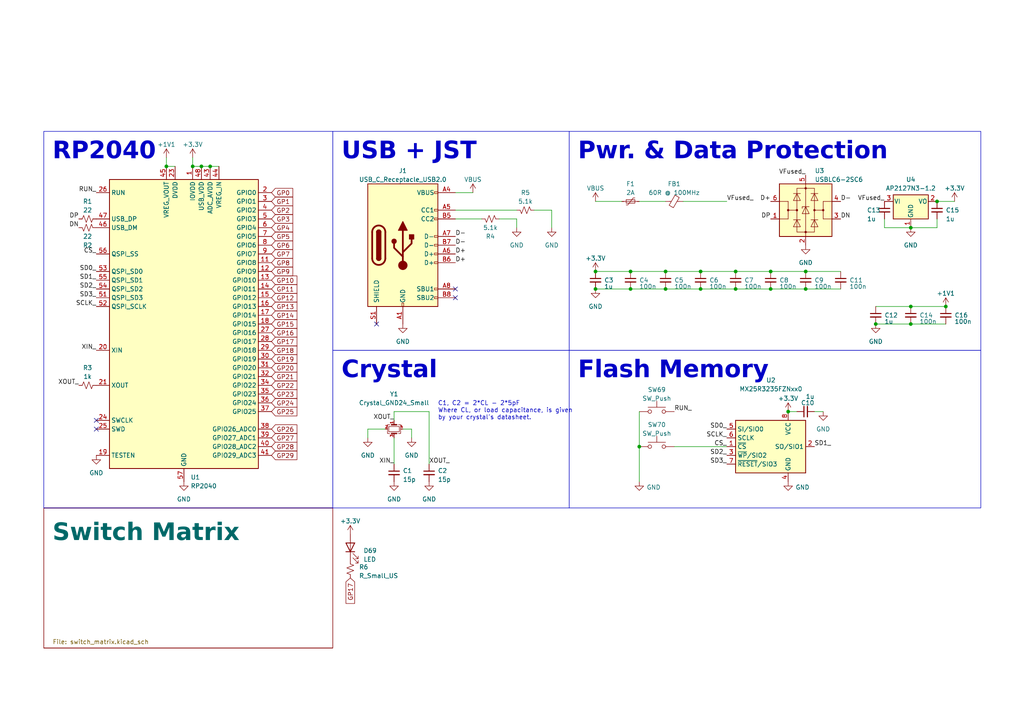
<source format=kicad_sch>
(kicad_sch (version 20230121) (generator eeschema)

  (uuid dea5f69c-d02e-47df-8e1a-a63949fabb21)

  (paper "A4")

  (lib_symbols
    (symbol "Connector:USB_C_Receptacle_USB2.0" (pin_names (offset 1.016)) (in_bom yes) (on_board yes)
      (property "Reference" "J" (at -10.16 19.05 0)
        (effects (font (size 1.27 1.27)) (justify left))
      )
      (property "Value" "USB_C_Receptacle_USB2.0" (at 19.05 19.05 0)
        (effects (font (size 1.27 1.27)) (justify right))
      )
      (property "Footprint" "" (at 3.81 0 0)
        (effects (font (size 1.27 1.27)) hide)
      )
      (property "Datasheet" "https://www.usb.org/sites/default/files/documents/usb_type-c.zip" (at 3.81 0 0)
        (effects (font (size 1.27 1.27)) hide)
      )
      (property "ki_keywords" "usb universal serial bus type-C USB2.0" (at 0 0 0)
        (effects (font (size 1.27 1.27)) hide)
      )
      (property "ki_description" "USB 2.0-only Type-C Receptacle connector" (at 0 0 0)
        (effects (font (size 1.27 1.27)) hide)
      )
      (property "ki_fp_filters" "USB*C*Receptacle*" (at 0 0 0)
        (effects (font (size 1.27 1.27)) hide)
      )
      (symbol "USB_C_Receptacle_USB2.0_0_0"
        (rectangle (start -0.254 -17.78) (end 0.254 -16.764)
          (stroke (width 0) (type default))
          (fill (type none))
        )
        (rectangle (start 10.16 -14.986) (end 9.144 -15.494)
          (stroke (width 0) (type default))
          (fill (type none))
        )
        (rectangle (start 10.16 -12.446) (end 9.144 -12.954)
          (stroke (width 0) (type default))
          (fill (type none))
        )
        (rectangle (start 10.16 -4.826) (end 9.144 -5.334)
          (stroke (width 0) (type default))
          (fill (type none))
        )
        (rectangle (start 10.16 -2.286) (end 9.144 -2.794)
          (stroke (width 0) (type default))
          (fill (type none))
        )
        (rectangle (start 10.16 0.254) (end 9.144 -0.254)
          (stroke (width 0) (type default))
          (fill (type none))
        )
        (rectangle (start 10.16 2.794) (end 9.144 2.286)
          (stroke (width 0) (type default))
          (fill (type none))
        )
        (rectangle (start 10.16 7.874) (end 9.144 7.366)
          (stroke (width 0) (type default))
          (fill (type none))
        )
        (rectangle (start 10.16 10.414) (end 9.144 9.906)
          (stroke (width 0) (type default))
          (fill (type none))
        )
        (rectangle (start 10.16 15.494) (end 9.144 14.986)
          (stroke (width 0) (type default))
          (fill (type none))
        )
      )
      (symbol "USB_C_Receptacle_USB2.0_0_1"
        (rectangle (start -10.16 17.78) (end 10.16 -17.78)
          (stroke (width 0.254) (type default))
          (fill (type background))
        )
        (arc (start -8.89 -3.81) (mid -6.985 -5.7067) (end -5.08 -3.81)
          (stroke (width 0.508) (type default))
          (fill (type none))
        )
        (arc (start -7.62 -3.81) (mid -6.985 -4.4423) (end -6.35 -3.81)
          (stroke (width 0.254) (type default))
          (fill (type none))
        )
        (arc (start -7.62 -3.81) (mid -6.985 -4.4423) (end -6.35 -3.81)
          (stroke (width 0.254) (type default))
          (fill (type outline))
        )
        (rectangle (start -7.62 -3.81) (end -6.35 3.81)
          (stroke (width 0.254) (type default))
          (fill (type outline))
        )
        (arc (start -6.35 3.81) (mid -6.985 4.4423) (end -7.62 3.81)
          (stroke (width 0.254) (type default))
          (fill (type none))
        )
        (arc (start -6.35 3.81) (mid -6.985 4.4423) (end -7.62 3.81)
          (stroke (width 0.254) (type default))
          (fill (type outline))
        )
        (arc (start -5.08 3.81) (mid -6.985 5.7067) (end -8.89 3.81)
          (stroke (width 0.508) (type default))
          (fill (type none))
        )
        (circle (center -2.54 1.143) (radius 0.635)
          (stroke (width 0.254) (type default))
          (fill (type outline))
        )
        (circle (center 0 -5.842) (radius 1.27)
          (stroke (width 0) (type default))
          (fill (type outline))
        )
        (polyline
          (pts
            (xy -8.89 -3.81)
            (xy -8.89 3.81)
          )
          (stroke (width 0.508) (type default))
          (fill (type none))
        )
        (polyline
          (pts
            (xy -5.08 3.81)
            (xy -5.08 -3.81)
          )
          (stroke (width 0.508) (type default))
          (fill (type none))
        )
        (polyline
          (pts
            (xy 0 -5.842)
            (xy 0 4.318)
          )
          (stroke (width 0.508) (type default))
          (fill (type none))
        )
        (polyline
          (pts
            (xy 0 -3.302)
            (xy -2.54 -0.762)
            (xy -2.54 0.508)
          )
          (stroke (width 0.508) (type default))
          (fill (type none))
        )
        (polyline
          (pts
            (xy 0 -2.032)
            (xy 2.54 0.508)
            (xy 2.54 1.778)
          )
          (stroke (width 0.508) (type default))
          (fill (type none))
        )
        (polyline
          (pts
            (xy -1.27 4.318)
            (xy 0 6.858)
            (xy 1.27 4.318)
            (xy -1.27 4.318)
          )
          (stroke (width 0.254) (type default))
          (fill (type outline))
        )
        (rectangle (start 1.905 1.778) (end 3.175 3.048)
          (stroke (width 0.254) (type default))
          (fill (type outline))
        )
      )
      (symbol "USB_C_Receptacle_USB2.0_1_1"
        (pin passive line (at 0 -22.86 90) (length 5.08)
          (name "GND" (effects (font (size 1.27 1.27))))
          (number "A1" (effects (font (size 1.27 1.27))))
        )
        (pin passive line (at 0 -22.86 90) (length 5.08) hide
          (name "GND" (effects (font (size 1.27 1.27))))
          (number "A12" (effects (font (size 1.27 1.27))))
        )
        (pin passive line (at 15.24 15.24 180) (length 5.08)
          (name "VBUS" (effects (font (size 1.27 1.27))))
          (number "A4" (effects (font (size 1.27 1.27))))
        )
        (pin bidirectional line (at 15.24 10.16 180) (length 5.08)
          (name "CC1" (effects (font (size 1.27 1.27))))
          (number "A5" (effects (font (size 1.27 1.27))))
        )
        (pin bidirectional line (at 15.24 -2.54 180) (length 5.08)
          (name "D+" (effects (font (size 1.27 1.27))))
          (number "A6" (effects (font (size 1.27 1.27))))
        )
        (pin bidirectional line (at 15.24 2.54 180) (length 5.08)
          (name "D-" (effects (font (size 1.27 1.27))))
          (number "A7" (effects (font (size 1.27 1.27))))
        )
        (pin bidirectional line (at 15.24 -12.7 180) (length 5.08)
          (name "SBU1" (effects (font (size 1.27 1.27))))
          (number "A8" (effects (font (size 1.27 1.27))))
        )
        (pin passive line (at 15.24 15.24 180) (length 5.08) hide
          (name "VBUS" (effects (font (size 1.27 1.27))))
          (number "A9" (effects (font (size 1.27 1.27))))
        )
        (pin passive line (at 0 -22.86 90) (length 5.08) hide
          (name "GND" (effects (font (size 1.27 1.27))))
          (number "B1" (effects (font (size 1.27 1.27))))
        )
        (pin passive line (at 0 -22.86 90) (length 5.08) hide
          (name "GND" (effects (font (size 1.27 1.27))))
          (number "B12" (effects (font (size 1.27 1.27))))
        )
        (pin passive line (at 15.24 15.24 180) (length 5.08) hide
          (name "VBUS" (effects (font (size 1.27 1.27))))
          (number "B4" (effects (font (size 1.27 1.27))))
        )
        (pin bidirectional line (at 15.24 7.62 180) (length 5.08)
          (name "CC2" (effects (font (size 1.27 1.27))))
          (number "B5" (effects (font (size 1.27 1.27))))
        )
        (pin bidirectional line (at 15.24 -5.08 180) (length 5.08)
          (name "D+" (effects (font (size 1.27 1.27))))
          (number "B6" (effects (font (size 1.27 1.27))))
        )
        (pin bidirectional line (at 15.24 0 180) (length 5.08)
          (name "D-" (effects (font (size 1.27 1.27))))
          (number "B7" (effects (font (size 1.27 1.27))))
        )
        (pin bidirectional line (at 15.24 -15.24 180) (length 5.08)
          (name "SBU2" (effects (font (size 1.27 1.27))))
          (number "B8" (effects (font (size 1.27 1.27))))
        )
        (pin passive line (at 15.24 15.24 180) (length 5.08) hide
          (name "VBUS" (effects (font (size 1.27 1.27))))
          (number "B9" (effects (font (size 1.27 1.27))))
        )
        (pin passive line (at -7.62 -22.86 90) (length 5.08)
          (name "SHIELD" (effects (font (size 1.27 1.27))))
          (number "S1" (effects (font (size 1.27 1.27))))
        )
      )
    )
    (symbol "Device:C_Small" (pin_numbers hide) (pin_names (offset 0.254) hide) (in_bom yes) (on_board yes)
      (property "Reference" "C" (at 0.254 1.778 0)
        (effects (font (size 1.27 1.27)) (justify left))
      )
      (property "Value" "C_Small" (at 0.254 -2.032 0)
        (effects (font (size 1.27 1.27)) (justify left))
      )
      (property "Footprint" "" (at 0 0 0)
        (effects (font (size 1.27 1.27)) hide)
      )
      (property "Datasheet" "~" (at 0 0 0)
        (effects (font (size 1.27 1.27)) hide)
      )
      (property "ki_keywords" "capacitor cap" (at 0 0 0)
        (effects (font (size 1.27 1.27)) hide)
      )
      (property "ki_description" "Unpolarized capacitor, small symbol" (at 0 0 0)
        (effects (font (size 1.27 1.27)) hide)
      )
      (property "ki_fp_filters" "C_*" (at 0 0 0)
        (effects (font (size 1.27 1.27)) hide)
      )
      (symbol "C_Small_0_1"
        (polyline
          (pts
            (xy -1.524 -0.508)
            (xy 1.524 -0.508)
          )
          (stroke (width 0.3302) (type default))
          (fill (type none))
        )
        (polyline
          (pts
            (xy -1.524 0.508)
            (xy 1.524 0.508)
          )
          (stroke (width 0.3048) (type default))
          (fill (type none))
        )
      )
      (symbol "C_Small_1_1"
        (pin passive line (at 0 2.54 270) (length 2.032)
          (name "~" (effects (font (size 1.27 1.27))))
          (number "1" (effects (font (size 1.27 1.27))))
        )
        (pin passive line (at 0 -2.54 90) (length 2.032)
          (name "~" (effects (font (size 1.27 1.27))))
          (number "2" (effects (font (size 1.27 1.27))))
        )
      )
    )
    (symbol "Device:Crystal_GND24_Small" (pin_names (offset 1.016) hide) (in_bom yes) (on_board yes)
      (property "Reference" "Y" (at 1.27 4.445 0)
        (effects (font (size 1.27 1.27)) (justify left))
      )
      (property "Value" "Crystal_GND24_Small" (at 1.27 2.54 0)
        (effects (font (size 1.27 1.27)) (justify left))
      )
      (property "Footprint" "" (at 0 0 0)
        (effects (font (size 1.27 1.27)) hide)
      )
      (property "Datasheet" "~" (at 0 0 0)
        (effects (font (size 1.27 1.27)) hide)
      )
      (property "ki_keywords" "quartz ceramic resonator oscillator" (at 0 0 0)
        (effects (font (size 1.27 1.27)) hide)
      )
      (property "ki_description" "Four pin crystal, GND on pins 2 and 4, small symbol" (at 0 0 0)
        (effects (font (size 1.27 1.27)) hide)
      )
      (property "ki_fp_filters" "Crystal*" (at 0 0 0)
        (effects (font (size 1.27 1.27)) hide)
      )
      (symbol "Crystal_GND24_Small_0_1"
        (rectangle (start -0.762 -1.524) (end 0.762 1.524)
          (stroke (width 0) (type default))
          (fill (type none))
        )
        (polyline
          (pts
            (xy -1.27 -0.762)
            (xy -1.27 0.762)
          )
          (stroke (width 0.381) (type default))
          (fill (type none))
        )
        (polyline
          (pts
            (xy 1.27 -0.762)
            (xy 1.27 0.762)
          )
          (stroke (width 0.381) (type default))
          (fill (type none))
        )
        (polyline
          (pts
            (xy -1.27 -1.27)
            (xy -1.27 -1.905)
            (xy 1.27 -1.905)
            (xy 1.27 -1.27)
          )
          (stroke (width 0) (type default))
          (fill (type none))
        )
        (polyline
          (pts
            (xy -1.27 1.27)
            (xy -1.27 1.905)
            (xy 1.27 1.905)
            (xy 1.27 1.27)
          )
          (stroke (width 0) (type default))
          (fill (type none))
        )
      )
      (symbol "Crystal_GND24_Small_1_1"
        (pin passive line (at -2.54 0 0) (length 1.27)
          (name "1" (effects (font (size 1.27 1.27))))
          (number "1" (effects (font (size 0.762 0.762))))
        )
        (pin passive line (at 0 -2.54 90) (length 0.635)
          (name "2" (effects (font (size 1.27 1.27))))
          (number "2" (effects (font (size 0.762 0.762))))
        )
        (pin passive line (at 2.54 0 180) (length 1.27)
          (name "3" (effects (font (size 1.27 1.27))))
          (number "3" (effects (font (size 0.762 0.762))))
        )
        (pin passive line (at 0 2.54 270) (length 0.635)
          (name "4" (effects (font (size 1.27 1.27))))
          (number "4" (effects (font (size 0.762 0.762))))
        )
      )
    )
    (symbol "Device:FerriteBead_Small" (pin_numbers hide) (pin_names (offset 0)) (in_bom yes) (on_board yes)
      (property "Reference" "FB" (at 1.905 1.27 0)
        (effects (font (size 1.27 1.27)) (justify left))
      )
      (property "Value" "FerriteBead_Small" (at 1.905 -1.27 0)
        (effects (font (size 1.27 1.27)) (justify left))
      )
      (property "Footprint" "" (at -1.778 0 90)
        (effects (font (size 1.27 1.27)) hide)
      )
      (property "Datasheet" "~" (at 0 0 0)
        (effects (font (size 1.27 1.27)) hide)
      )
      (property "ki_keywords" "L ferrite bead inductor filter" (at 0 0 0)
        (effects (font (size 1.27 1.27)) hide)
      )
      (property "ki_description" "Ferrite bead, small symbol" (at 0 0 0)
        (effects (font (size 1.27 1.27)) hide)
      )
      (property "ki_fp_filters" "Inductor_* L_* *Ferrite*" (at 0 0 0)
        (effects (font (size 1.27 1.27)) hide)
      )
      (symbol "FerriteBead_Small_0_1"
        (polyline
          (pts
            (xy 0 -1.27)
            (xy 0 -0.7874)
          )
          (stroke (width 0) (type default))
          (fill (type none))
        )
        (polyline
          (pts
            (xy 0 0.889)
            (xy 0 1.2954)
          )
          (stroke (width 0) (type default))
          (fill (type none))
        )
        (polyline
          (pts
            (xy -1.8288 0.2794)
            (xy -1.1176 1.4986)
            (xy 1.8288 -0.2032)
            (xy 1.1176 -1.4224)
            (xy -1.8288 0.2794)
          )
          (stroke (width 0) (type default))
          (fill (type none))
        )
      )
      (symbol "FerriteBead_Small_1_1"
        (pin passive line (at 0 2.54 270) (length 1.27)
          (name "~" (effects (font (size 1.27 1.27))))
          (number "1" (effects (font (size 1.27 1.27))))
        )
        (pin passive line (at 0 -2.54 90) (length 1.27)
          (name "~" (effects (font (size 1.27 1.27))))
          (number "2" (effects (font (size 1.27 1.27))))
        )
      )
    )
    (symbol "Device:LED" (pin_numbers hide) (pin_names (offset 1.016) hide) (in_bom yes) (on_board yes)
      (property "Reference" "D" (at 0 2.54 0)
        (effects (font (size 1.27 1.27)))
      )
      (property "Value" "LED" (at 0 -2.54 0)
        (effects (font (size 1.27 1.27)))
      )
      (property "Footprint" "" (at 0 0 0)
        (effects (font (size 1.27 1.27)) hide)
      )
      (property "Datasheet" "~" (at 0 0 0)
        (effects (font (size 1.27 1.27)) hide)
      )
      (property "ki_keywords" "LED diode" (at 0 0 0)
        (effects (font (size 1.27 1.27)) hide)
      )
      (property "ki_description" "Light emitting diode" (at 0 0 0)
        (effects (font (size 1.27 1.27)) hide)
      )
      (property "ki_fp_filters" "LED* LED_SMD:* LED_THT:*" (at 0 0 0)
        (effects (font (size 1.27 1.27)) hide)
      )
      (symbol "LED_0_1"
        (polyline
          (pts
            (xy -1.27 -1.27)
            (xy -1.27 1.27)
          )
          (stroke (width 0.254) (type default))
          (fill (type none))
        )
        (polyline
          (pts
            (xy -1.27 0)
            (xy 1.27 0)
          )
          (stroke (width 0) (type default))
          (fill (type none))
        )
        (polyline
          (pts
            (xy 1.27 -1.27)
            (xy 1.27 1.27)
            (xy -1.27 0)
            (xy 1.27 -1.27)
          )
          (stroke (width 0.254) (type default))
          (fill (type none))
        )
        (polyline
          (pts
            (xy -3.048 -0.762)
            (xy -4.572 -2.286)
            (xy -3.81 -2.286)
            (xy -4.572 -2.286)
            (xy -4.572 -1.524)
          )
          (stroke (width 0) (type default))
          (fill (type none))
        )
        (polyline
          (pts
            (xy -1.778 -0.762)
            (xy -3.302 -2.286)
            (xy -2.54 -2.286)
            (xy -3.302 -2.286)
            (xy -3.302 -1.524)
          )
          (stroke (width 0) (type default))
          (fill (type none))
        )
      )
      (symbol "LED_1_1"
        (pin passive line (at -3.81 0 0) (length 2.54)
          (name "K" (effects (font (size 1.27 1.27))))
          (number "1" (effects (font (size 1.27 1.27))))
        )
        (pin passive line (at 3.81 0 180) (length 2.54)
          (name "A" (effects (font (size 1.27 1.27))))
          (number "2" (effects (font (size 1.27 1.27))))
        )
      )
    )
    (symbol "Device:Polyfuse_Small" (pin_numbers hide) (pin_names (offset 0)) (in_bom yes) (on_board yes)
      (property "Reference" "F" (at -1.905 0 90)
        (effects (font (size 1.27 1.27)))
      )
      (property "Value" "Polyfuse_Small" (at 1.905 0 90)
        (effects (font (size 1.27 1.27)))
      )
      (property "Footprint" "" (at 1.27 -5.08 0)
        (effects (font (size 1.27 1.27)) (justify left) hide)
      )
      (property "Datasheet" "~" (at 0 0 0)
        (effects (font (size 1.27 1.27)) hide)
      )
      (property "ki_keywords" "resettable fuse PTC PPTC polyfuse polyswitch" (at 0 0 0)
        (effects (font (size 1.27 1.27)) hide)
      )
      (property "ki_description" "Resettable fuse, polymeric positive temperature coefficient, small symbol" (at 0 0 0)
        (effects (font (size 1.27 1.27)) hide)
      )
      (property "ki_fp_filters" "*polyfuse* *PTC*" (at 0 0 0)
        (effects (font (size 1.27 1.27)) hide)
      )
      (symbol "Polyfuse_Small_0_1"
        (rectangle (start -0.508 1.27) (end 0.508 -1.27)
          (stroke (width 0) (type default))
          (fill (type none))
        )
        (polyline
          (pts
            (xy 0 2.54)
            (xy 0 -2.54)
          )
          (stroke (width 0) (type default))
          (fill (type none))
        )
        (polyline
          (pts
            (xy -1.016 1.27)
            (xy -1.016 0.762)
            (xy 1.016 -0.762)
            (xy 1.016 -1.27)
          )
          (stroke (width 0) (type default))
          (fill (type none))
        )
      )
      (symbol "Polyfuse_Small_1_1"
        (pin passive line (at 0 2.54 270) (length 0.635)
          (name "~" (effects (font (size 1.27 1.27))))
          (number "1" (effects (font (size 1.27 1.27))))
        )
        (pin passive line (at 0 -2.54 90) (length 0.635)
          (name "~" (effects (font (size 1.27 1.27))))
          (number "2" (effects (font (size 1.27 1.27))))
        )
      )
    )
    (symbol "Device:R_Small_US" (pin_numbers hide) (pin_names (offset 0.254) hide) (in_bom yes) (on_board yes)
      (property "Reference" "R" (at 0.762 0.508 0)
        (effects (font (size 1.27 1.27)) (justify left))
      )
      (property "Value" "R_Small_US" (at 0.762 -1.016 0)
        (effects (font (size 1.27 1.27)) (justify left))
      )
      (property "Footprint" "" (at 0 0 0)
        (effects (font (size 1.27 1.27)) hide)
      )
      (property "Datasheet" "~" (at 0 0 0)
        (effects (font (size 1.27 1.27)) hide)
      )
      (property "ki_keywords" "r resistor" (at 0 0 0)
        (effects (font (size 1.27 1.27)) hide)
      )
      (property "ki_description" "Resistor, small US symbol" (at 0 0 0)
        (effects (font (size 1.27 1.27)) hide)
      )
      (property "ki_fp_filters" "R_*" (at 0 0 0)
        (effects (font (size 1.27 1.27)) hide)
      )
      (symbol "R_Small_US_1_1"
        (polyline
          (pts
            (xy 0 0)
            (xy 1.016 -0.381)
            (xy 0 -0.762)
            (xy -1.016 -1.143)
            (xy 0 -1.524)
          )
          (stroke (width 0) (type default))
          (fill (type none))
        )
        (polyline
          (pts
            (xy 0 1.524)
            (xy 1.016 1.143)
            (xy 0 0.762)
            (xy -1.016 0.381)
            (xy 0 0)
          )
          (stroke (width 0) (type default))
          (fill (type none))
        )
        (pin passive line (at 0 2.54 270) (length 1.016)
          (name "~" (effects (font (size 1.27 1.27))))
          (number "1" (effects (font (size 1.27 1.27))))
        )
        (pin passive line (at 0 -2.54 90) (length 1.016)
          (name "~" (effects (font (size 1.27 1.27))))
          (number "2" (effects (font (size 1.27 1.27))))
        )
      )
    )
    (symbol "MCU_RaspberryPi:RP2040" (in_bom yes) (on_board yes)
      (property "Reference" "U" (at 17.78 45.72 0)
        (effects (font (size 1.27 1.27)))
      )
      (property "Value" "RP2040" (at 17.78 43.18 0)
        (effects (font (size 1.27 1.27)))
      )
      (property "Footprint" "Package_DFN_QFN:QFN-56-1EP_7x7mm_P0.4mm_EP3.2x3.2mm" (at 0 0 0)
        (effects (font (size 1.27 1.27)) hide)
      )
      (property "Datasheet" "https://datasheets.raspberrypi.com/rp2040/rp2040-datasheet.pdf" (at 0 0 0)
        (effects (font (size 1.27 1.27)) hide)
      )
      (property "ki_keywords" "RP2040 ARM Cortex-M0+ USB" (at 0 0 0)
        (effects (font (size 1.27 1.27)) hide)
      )
      (property "ki_description" "A microcontroller by Raspberry Pi" (at 0 0 0)
        (effects (font (size 1.27 1.27)) hide)
      )
      (property "ki_fp_filters" "QFN*7x7mm?P0.4mm?EP3.2x3.2mm*" (at 0 0 0)
        (effects (font (size 1.27 1.27)) hide)
      )
      (symbol "RP2040_0_1"
        (rectangle (start -21.59 41.91) (end 21.59 -41.91)
          (stroke (width 0.254) (type default))
          (fill (type background))
        )
      )
      (symbol "RP2040_1_1"
        (pin power_in line (at 2.54 45.72 270) (length 3.81)
          (name "IOVDD" (effects (font (size 1.27 1.27))))
          (number "1" (effects (font (size 1.27 1.27))))
        )
        (pin passive line (at 2.54 45.72 270) (length 3.81) hide
          (name "IOVDD" (effects (font (size 1.27 1.27))))
          (number "10" (effects (font (size 1.27 1.27))))
        )
        (pin bidirectional line (at 25.4 17.78 180) (length 3.81)
          (name "GPIO8" (effects (font (size 1.27 1.27))))
          (number "11" (effects (font (size 1.27 1.27))))
        )
        (pin bidirectional line (at 25.4 15.24 180) (length 3.81)
          (name "GPIO9" (effects (font (size 1.27 1.27))))
          (number "12" (effects (font (size 1.27 1.27))))
        )
        (pin bidirectional line (at 25.4 12.7 180) (length 3.81)
          (name "GPIO10" (effects (font (size 1.27 1.27))))
          (number "13" (effects (font (size 1.27 1.27))))
        )
        (pin bidirectional line (at 25.4 10.16 180) (length 3.81)
          (name "GPIO11" (effects (font (size 1.27 1.27))))
          (number "14" (effects (font (size 1.27 1.27))))
        )
        (pin bidirectional line (at 25.4 7.62 180) (length 3.81)
          (name "GPIO12" (effects (font (size 1.27 1.27))))
          (number "15" (effects (font (size 1.27 1.27))))
        )
        (pin bidirectional line (at 25.4 5.08 180) (length 3.81)
          (name "GPIO13" (effects (font (size 1.27 1.27))))
          (number "16" (effects (font (size 1.27 1.27))))
        )
        (pin bidirectional line (at 25.4 2.54 180) (length 3.81)
          (name "GPIO14" (effects (font (size 1.27 1.27))))
          (number "17" (effects (font (size 1.27 1.27))))
        )
        (pin bidirectional line (at 25.4 0 180) (length 3.81)
          (name "GPIO15" (effects (font (size 1.27 1.27))))
          (number "18" (effects (font (size 1.27 1.27))))
        )
        (pin input line (at -25.4 -38.1 0) (length 3.81)
          (name "TESTEN" (effects (font (size 1.27 1.27))))
          (number "19" (effects (font (size 1.27 1.27))))
        )
        (pin bidirectional line (at 25.4 38.1 180) (length 3.81)
          (name "GPIO0" (effects (font (size 1.27 1.27))))
          (number "2" (effects (font (size 1.27 1.27))))
        )
        (pin input line (at -25.4 -7.62 0) (length 3.81)
          (name "XIN" (effects (font (size 1.27 1.27))))
          (number "20" (effects (font (size 1.27 1.27))))
        )
        (pin passive line (at -25.4 -17.78 0) (length 3.81)
          (name "XOUT" (effects (font (size 1.27 1.27))))
          (number "21" (effects (font (size 1.27 1.27))))
        )
        (pin passive line (at 2.54 45.72 270) (length 3.81) hide
          (name "IOVDD" (effects (font (size 1.27 1.27))))
          (number "22" (effects (font (size 1.27 1.27))))
        )
        (pin power_in line (at -2.54 45.72 270) (length 3.81)
          (name "DVDD" (effects (font (size 1.27 1.27))))
          (number "23" (effects (font (size 1.27 1.27))))
        )
        (pin output line (at -25.4 -27.94 0) (length 3.81)
          (name "SWCLK" (effects (font (size 1.27 1.27))))
          (number "24" (effects (font (size 1.27 1.27))))
        )
        (pin bidirectional line (at -25.4 -30.48 0) (length 3.81)
          (name "SWD" (effects (font (size 1.27 1.27))))
          (number "25" (effects (font (size 1.27 1.27))))
        )
        (pin input line (at -25.4 38.1 0) (length 3.81)
          (name "RUN" (effects (font (size 1.27 1.27))))
          (number "26" (effects (font (size 1.27 1.27))))
        )
        (pin bidirectional line (at 25.4 -2.54 180) (length 3.81)
          (name "GPIO16" (effects (font (size 1.27 1.27))))
          (number "27" (effects (font (size 1.27 1.27))))
        )
        (pin bidirectional line (at 25.4 -5.08 180) (length 3.81)
          (name "GPIO17" (effects (font (size 1.27 1.27))))
          (number "28" (effects (font (size 1.27 1.27))))
        )
        (pin bidirectional line (at 25.4 -7.62 180) (length 3.81)
          (name "GPIO18" (effects (font (size 1.27 1.27))))
          (number "29" (effects (font (size 1.27 1.27))))
        )
        (pin bidirectional line (at 25.4 35.56 180) (length 3.81)
          (name "GPIO1" (effects (font (size 1.27 1.27))))
          (number "3" (effects (font (size 1.27 1.27))))
        )
        (pin bidirectional line (at 25.4 -10.16 180) (length 3.81)
          (name "GPIO19" (effects (font (size 1.27 1.27))))
          (number "30" (effects (font (size 1.27 1.27))))
        )
        (pin bidirectional line (at 25.4 -12.7 180) (length 3.81)
          (name "GPIO20" (effects (font (size 1.27 1.27))))
          (number "31" (effects (font (size 1.27 1.27))))
        )
        (pin bidirectional line (at 25.4 -15.24 180) (length 3.81)
          (name "GPIO21" (effects (font (size 1.27 1.27))))
          (number "32" (effects (font (size 1.27 1.27))))
        )
        (pin passive line (at 2.54 45.72 270) (length 3.81) hide
          (name "IOVDD" (effects (font (size 1.27 1.27))))
          (number "33" (effects (font (size 1.27 1.27))))
        )
        (pin bidirectional line (at 25.4 -17.78 180) (length 3.81)
          (name "GPIO22" (effects (font (size 1.27 1.27))))
          (number "34" (effects (font (size 1.27 1.27))))
        )
        (pin bidirectional line (at 25.4 -20.32 180) (length 3.81)
          (name "GPIO23" (effects (font (size 1.27 1.27))))
          (number "35" (effects (font (size 1.27 1.27))))
        )
        (pin bidirectional line (at 25.4 -22.86 180) (length 3.81)
          (name "GPIO24" (effects (font (size 1.27 1.27))))
          (number "36" (effects (font (size 1.27 1.27))))
        )
        (pin bidirectional line (at 25.4 -25.4 180) (length 3.81)
          (name "GPIO25" (effects (font (size 1.27 1.27))))
          (number "37" (effects (font (size 1.27 1.27))))
        )
        (pin bidirectional line (at 25.4 -30.48 180) (length 3.81)
          (name "GPIO26_ADC0" (effects (font (size 1.27 1.27))))
          (number "38" (effects (font (size 1.27 1.27))))
        )
        (pin bidirectional line (at 25.4 -33.02 180) (length 3.81)
          (name "GPIO27_ADC1" (effects (font (size 1.27 1.27))))
          (number "39" (effects (font (size 1.27 1.27))))
        )
        (pin bidirectional line (at 25.4 33.02 180) (length 3.81)
          (name "GPIO2" (effects (font (size 1.27 1.27))))
          (number "4" (effects (font (size 1.27 1.27))))
        )
        (pin bidirectional line (at 25.4 -35.56 180) (length 3.81)
          (name "GPIO28_ADC2" (effects (font (size 1.27 1.27))))
          (number "40" (effects (font (size 1.27 1.27))))
        )
        (pin bidirectional line (at 25.4 -38.1 180) (length 3.81)
          (name "GPIO29_ADC3" (effects (font (size 1.27 1.27))))
          (number "41" (effects (font (size 1.27 1.27))))
        )
        (pin passive line (at 2.54 45.72 270) (length 3.81) hide
          (name "IOVDD" (effects (font (size 1.27 1.27))))
          (number "42" (effects (font (size 1.27 1.27))))
        )
        (pin power_in line (at 7.62 45.72 270) (length 3.81)
          (name "ADC_AVDD" (effects (font (size 1.27 1.27))))
          (number "43" (effects (font (size 1.27 1.27))))
        )
        (pin power_in line (at 10.16 45.72 270) (length 3.81)
          (name "VREG_IN" (effects (font (size 1.27 1.27))))
          (number "44" (effects (font (size 1.27 1.27))))
        )
        (pin power_out line (at -5.08 45.72 270) (length 3.81)
          (name "VREG_VOUT" (effects (font (size 1.27 1.27))))
          (number "45" (effects (font (size 1.27 1.27))))
        )
        (pin bidirectional line (at -25.4 27.94 0) (length 3.81)
          (name "USB_DM" (effects (font (size 1.27 1.27))))
          (number "46" (effects (font (size 1.27 1.27))))
        )
        (pin bidirectional line (at -25.4 30.48 0) (length 3.81)
          (name "USB_DP" (effects (font (size 1.27 1.27))))
          (number "47" (effects (font (size 1.27 1.27))))
        )
        (pin power_in line (at 5.08 45.72 270) (length 3.81)
          (name "USB_VDD" (effects (font (size 1.27 1.27))))
          (number "48" (effects (font (size 1.27 1.27))))
        )
        (pin passive line (at 2.54 45.72 270) (length 3.81) hide
          (name "IOVDD" (effects (font (size 1.27 1.27))))
          (number "49" (effects (font (size 1.27 1.27))))
        )
        (pin bidirectional line (at 25.4 30.48 180) (length 3.81)
          (name "GPIO3" (effects (font (size 1.27 1.27))))
          (number "5" (effects (font (size 1.27 1.27))))
        )
        (pin passive line (at -2.54 45.72 270) (length 3.81) hide
          (name "DVDD" (effects (font (size 1.27 1.27))))
          (number "50" (effects (font (size 1.27 1.27))))
        )
        (pin bidirectional line (at -25.4 7.62 0) (length 3.81)
          (name "QSPI_SD3" (effects (font (size 1.27 1.27))))
          (number "51" (effects (font (size 1.27 1.27))))
        )
        (pin output line (at -25.4 5.08 0) (length 3.81)
          (name "QSPI_SCLK" (effects (font (size 1.27 1.27))))
          (number "52" (effects (font (size 1.27 1.27))))
        )
        (pin bidirectional line (at -25.4 15.24 0) (length 3.81)
          (name "QSPI_SD0" (effects (font (size 1.27 1.27))))
          (number "53" (effects (font (size 1.27 1.27))))
        )
        (pin bidirectional line (at -25.4 10.16 0) (length 3.81)
          (name "QSPI_SD2" (effects (font (size 1.27 1.27))))
          (number "54" (effects (font (size 1.27 1.27))))
        )
        (pin bidirectional line (at -25.4 12.7 0) (length 3.81)
          (name "QSPI_SD1" (effects (font (size 1.27 1.27))))
          (number "55" (effects (font (size 1.27 1.27))))
        )
        (pin bidirectional line (at -25.4 20.32 0) (length 3.81)
          (name "QSPI_SS" (effects (font (size 1.27 1.27))))
          (number "56" (effects (font (size 1.27 1.27))))
        )
        (pin power_in line (at 0 -45.72 90) (length 3.81)
          (name "GND" (effects (font (size 1.27 1.27))))
          (number "57" (effects (font (size 1.27 1.27))))
        )
        (pin bidirectional line (at 25.4 27.94 180) (length 3.81)
          (name "GPIO4" (effects (font (size 1.27 1.27))))
          (number "6" (effects (font (size 1.27 1.27))))
        )
        (pin bidirectional line (at 25.4 25.4 180) (length 3.81)
          (name "GPIO5" (effects (font (size 1.27 1.27))))
          (number "7" (effects (font (size 1.27 1.27))))
        )
        (pin bidirectional line (at 25.4 22.86 180) (length 3.81)
          (name "GPIO6" (effects (font (size 1.27 1.27))))
          (number "8" (effects (font (size 1.27 1.27))))
        )
        (pin bidirectional line (at 25.4 20.32 180) (length 3.81)
          (name "GPIO7" (effects (font (size 1.27 1.27))))
          (number "9" (effects (font (size 1.27 1.27))))
        )
      )
    )
    (symbol "Memory_Flash:MX25R3235FZNxx0" (in_bom yes) (on_board yes)
      (property "Reference" "U" (at -8.89 8.89 0)
        (effects (font (size 1.27 1.27)))
      )
      (property "Value" "MX25R3235FZNxx0" (at 15.24 8.89 0)
        (effects (font (size 1.27 1.27)))
      )
      (property "Footprint" "Package_SON:WSON-8-1EP_6x5mm_P1.27mm_EP3.4x4mm" (at 0 -15.24 0)
        (effects (font (size 1.27 1.27)) hide)
      )
      (property "Datasheet" "http://www.macronix.com/Lists/Datasheet/Attachments/7534/MX25R3235F,%20Wide%20Range,%2032Mb,%20v1.6.pdf" (at 0 0 0)
        (effects (font (size 1.27 1.27)) hide)
      )
      (property "ki_keywords" "SPI 32Mbit 1.65V-3.6V" (at 0 0 0)
        (effects (font (size 1.27 1.27)) hide)
      )
      (property "ki_description" "32-Mbit, Wide Range Voltage SPI Serial Flash Memory, WSON-8" (at 0 0 0)
        (effects (font (size 1.27 1.27)) hide)
      )
      (property "ki_fp_filters" "WSON*1EP*6x5mm*P1.27mm*" (at 0 0 0)
        (effects (font (size 1.27 1.27)) hide)
      )
      (symbol "MX25R3235FZNxx0_1_1"
        (rectangle (start -10.16 7.62) (end 10.16 -7.62)
          (stroke (width 0.254) (type default))
          (fill (type background))
        )
        (pin input line (at -12.7 0 0) (length 2.54)
          (name "~{CS}" (effects (font (size 1.27 1.27))))
          (number "1" (effects (font (size 1.27 1.27))))
        )
        (pin bidirectional line (at 12.7 0 180) (length 2.54)
          (name "SO/SIO1" (effects (font (size 1.27 1.27))))
          (number "2" (effects (font (size 1.27 1.27))))
        )
        (pin bidirectional line (at -12.7 -2.54 0) (length 2.54)
          (name "~{WP}/SIO2" (effects (font (size 1.27 1.27))))
          (number "3" (effects (font (size 1.27 1.27))))
        )
        (pin power_in line (at 5.08 -10.16 90) (length 2.54)
          (name "GND" (effects (font (size 1.27 1.27))))
          (number "4" (effects (font (size 1.27 1.27))))
        )
        (pin bidirectional line (at -12.7 5.08 0) (length 2.54)
          (name "SI/SIO0" (effects (font (size 1.27 1.27))))
          (number "5" (effects (font (size 1.27 1.27))))
        )
        (pin input line (at -12.7 2.54 0) (length 2.54)
          (name "SCLK" (effects (font (size 1.27 1.27))))
          (number "6" (effects (font (size 1.27 1.27))))
        )
        (pin bidirectional line (at -12.7 -5.08 0) (length 2.54)
          (name "~{RESET}/SIO3" (effects (font (size 1.27 1.27))))
          (number "7" (effects (font (size 1.27 1.27))))
        )
        (pin power_in line (at 5.08 10.16 270) (length 2.54)
          (name "VCC" (effects (font (size 1.27 1.27))))
          (number "8" (effects (font (size 1.27 1.27))))
        )
        (pin passive line (at 5.08 -10.16 90) (length 2.54) hide
          (name "GND" (effects (font (size 1.27 1.27))))
          (number "9" (effects (font (size 1.27 1.27))))
        )
      )
    )
    (symbol "Power_Protection:USBLC6-2SC6" (pin_names hide) (in_bom yes) (on_board yes)
      (property "Reference" "U" (at 2.54 8.89 0)
        (effects (font (size 1.27 1.27)) (justify left))
      )
      (property "Value" "USBLC6-2SC6" (at 2.54 -8.89 0)
        (effects (font (size 1.27 1.27)) (justify left))
      )
      (property "Footprint" "Package_TO_SOT_SMD:SOT-23-6" (at 0 -12.7 0)
        (effects (font (size 1.27 1.27)) hide)
      )
      (property "Datasheet" "https://www.st.com/resource/en/datasheet/usblc6-2.pdf" (at 5.08 8.89 0)
        (effects (font (size 1.27 1.27)) hide)
      )
      (property "ki_keywords" "usb ethernet video" (at 0 0 0)
        (effects (font (size 1.27 1.27)) hide)
      )
      (property "ki_description" "Very low capacitance ESD protection diode, 2 data-line, SOT-23-6" (at 0 0 0)
        (effects (font (size 1.27 1.27)) hide)
      )
      (property "ki_fp_filters" "SOT?23*" (at 0 0 0)
        (effects (font (size 1.27 1.27)) hide)
      )
      (symbol "USBLC6-2SC6_0_1"
        (rectangle (start -7.62 -7.62) (end 7.62 7.62)
          (stroke (width 0.254) (type default))
          (fill (type background))
        )
        (circle (center -5.08 0) (radius 0.254)
          (stroke (width 0) (type default))
          (fill (type outline))
        )
        (circle (center -2.54 0) (radius 0.254)
          (stroke (width 0) (type default))
          (fill (type outline))
        )
        (rectangle (start -2.54 6.35) (end 2.54 -6.35)
          (stroke (width 0) (type default))
          (fill (type none))
        )
        (circle (center 0 -6.35) (radius 0.254)
          (stroke (width 0) (type default))
          (fill (type outline))
        )
        (polyline
          (pts
            (xy -5.08 -2.54)
            (xy -7.62 -2.54)
          )
          (stroke (width 0) (type default))
          (fill (type none))
        )
        (polyline
          (pts
            (xy -5.08 0)
            (xy -5.08 -2.54)
          )
          (stroke (width 0) (type default))
          (fill (type none))
        )
        (polyline
          (pts
            (xy -5.08 2.54)
            (xy -7.62 2.54)
          )
          (stroke (width 0) (type default))
          (fill (type none))
        )
        (polyline
          (pts
            (xy -1.524 -2.794)
            (xy -3.556 -2.794)
          )
          (stroke (width 0) (type default))
          (fill (type none))
        )
        (polyline
          (pts
            (xy -1.524 4.826)
            (xy -3.556 4.826)
          )
          (stroke (width 0) (type default))
          (fill (type none))
        )
        (polyline
          (pts
            (xy 0 -7.62)
            (xy 0 -6.35)
          )
          (stroke (width 0) (type default))
          (fill (type none))
        )
        (polyline
          (pts
            (xy 0 -6.35)
            (xy 0 1.27)
          )
          (stroke (width 0) (type default))
          (fill (type none))
        )
        (polyline
          (pts
            (xy 0 1.27)
            (xy 0 6.35)
          )
          (stroke (width 0) (type default))
          (fill (type none))
        )
        (polyline
          (pts
            (xy 0 6.35)
            (xy 0 7.62)
          )
          (stroke (width 0) (type default))
          (fill (type none))
        )
        (polyline
          (pts
            (xy 1.524 -2.794)
            (xy 3.556 -2.794)
          )
          (stroke (width 0) (type default))
          (fill (type none))
        )
        (polyline
          (pts
            (xy 1.524 4.826)
            (xy 3.556 4.826)
          )
          (stroke (width 0) (type default))
          (fill (type none))
        )
        (polyline
          (pts
            (xy 5.08 -2.54)
            (xy 7.62 -2.54)
          )
          (stroke (width 0) (type default))
          (fill (type none))
        )
        (polyline
          (pts
            (xy 5.08 0)
            (xy 5.08 -2.54)
          )
          (stroke (width 0) (type default))
          (fill (type none))
        )
        (polyline
          (pts
            (xy 5.08 2.54)
            (xy 7.62 2.54)
          )
          (stroke (width 0) (type default))
          (fill (type none))
        )
        (polyline
          (pts
            (xy -2.54 0)
            (xy -5.08 0)
            (xy -5.08 2.54)
          )
          (stroke (width 0) (type default))
          (fill (type none))
        )
        (polyline
          (pts
            (xy 2.54 0)
            (xy 5.08 0)
            (xy 5.08 2.54)
          )
          (stroke (width 0) (type default))
          (fill (type none))
        )
        (polyline
          (pts
            (xy -3.556 -4.826)
            (xy -1.524 -4.826)
            (xy -2.54 -2.794)
            (xy -3.556 -4.826)
          )
          (stroke (width 0) (type default))
          (fill (type none))
        )
        (polyline
          (pts
            (xy -3.556 2.794)
            (xy -1.524 2.794)
            (xy -2.54 4.826)
            (xy -3.556 2.794)
          )
          (stroke (width 0) (type default))
          (fill (type none))
        )
        (polyline
          (pts
            (xy -1.016 -1.016)
            (xy 1.016 -1.016)
            (xy 0 1.016)
            (xy -1.016 -1.016)
          )
          (stroke (width 0) (type default))
          (fill (type none))
        )
        (polyline
          (pts
            (xy 1.016 1.016)
            (xy 0.762 1.016)
            (xy -1.016 1.016)
            (xy -1.016 0.508)
          )
          (stroke (width 0) (type default))
          (fill (type none))
        )
        (polyline
          (pts
            (xy 3.556 -4.826)
            (xy 1.524 -4.826)
            (xy 2.54 -2.794)
            (xy 3.556 -4.826)
          )
          (stroke (width 0) (type default))
          (fill (type none))
        )
        (polyline
          (pts
            (xy 3.556 2.794)
            (xy 1.524 2.794)
            (xy 2.54 4.826)
            (xy 3.556 2.794)
          )
          (stroke (width 0) (type default))
          (fill (type none))
        )
        (circle (center 0 6.35) (radius 0.254)
          (stroke (width 0) (type default))
          (fill (type outline))
        )
        (circle (center 2.54 0) (radius 0.254)
          (stroke (width 0) (type default))
          (fill (type outline))
        )
        (circle (center 5.08 0) (radius 0.254)
          (stroke (width 0) (type default))
          (fill (type outline))
        )
      )
      (symbol "USBLC6-2SC6_1_1"
        (pin passive line (at -10.16 -2.54 0) (length 2.54)
          (name "I/O1" (effects (font (size 1.27 1.27))))
          (number "1" (effects (font (size 1.27 1.27))))
        )
        (pin passive line (at 0 -10.16 90) (length 2.54)
          (name "GND" (effects (font (size 1.27 1.27))))
          (number "2" (effects (font (size 1.27 1.27))))
        )
        (pin passive line (at 10.16 -2.54 180) (length 2.54)
          (name "I/O2" (effects (font (size 1.27 1.27))))
          (number "3" (effects (font (size 1.27 1.27))))
        )
        (pin passive line (at 10.16 2.54 180) (length 2.54)
          (name "I/O2" (effects (font (size 1.27 1.27))))
          (number "4" (effects (font (size 1.27 1.27))))
        )
        (pin passive line (at 0 10.16 270) (length 2.54)
          (name "VBUS" (effects (font (size 1.27 1.27))))
          (number "5" (effects (font (size 1.27 1.27))))
        )
        (pin passive line (at -10.16 2.54 0) (length 2.54)
          (name "I/O1" (effects (font (size 1.27 1.27))))
          (number "6" (effects (font (size 1.27 1.27))))
        )
      )
    )
    (symbol "Regulator_Linear:AP2127N3-1.2" (pin_names (offset 0.254)) (in_bom yes) (on_board yes)
      (property "Reference" "U" (at -3.81 3.175 0)
        (effects (font (size 1.27 1.27)))
      )
      (property "Value" "AP2127N3-1.2" (at 0 3.175 0)
        (effects (font (size 1.27 1.27)) (justify left))
      )
      (property "Footprint" "Package_TO_SOT_SMD:TSOT-23" (at 0 5.715 0)
        (effects (font (size 1.27 1.27) italic) hide)
      )
      (property "Datasheet" "https://www.diodes.com/assets/Datasheets/AP2127.pdf" (at 0 0 0)
        (effects (font (size 1.27 1.27)) hide)
      )
      (property "ki_keywords" "linear regulator ldo fixed positive" (at 0 0 0)
        (effects (font (size 1.27 1.27)) hide)
      )
      (property "ki_description" "300mA low dropout linear regulator, shutdown pin, 2.5V-6V input voltage, 1.2V fixed positive output, SOT-23-3 package" (at 0 0 0)
        (effects (font (size 1.27 1.27)) hide)
      )
      (property "ki_fp_filters" "TSOT?23*" (at 0 0 0)
        (effects (font (size 1.27 1.27)) hide)
      )
      (symbol "AP2127N3-1.2_0_1"
        (rectangle (start -5.08 1.905) (end 5.08 -5.08)
          (stroke (width 0.254) (type default))
          (fill (type background))
        )
      )
      (symbol "AP2127N3-1.2_1_1"
        (pin power_in line (at 0 -7.62 90) (length 2.54)
          (name "GND" (effects (font (size 1.27 1.27))))
          (number "1" (effects (font (size 1.27 1.27))))
        )
        (pin power_out line (at 7.62 0 180) (length 2.54)
          (name "VO" (effects (font (size 1.27 1.27))))
          (number "2" (effects (font (size 1.27 1.27))))
        )
        (pin power_in line (at -7.62 0 0) (length 2.54)
          (name "VI" (effects (font (size 1.27 1.27))))
          (number "3" (effects (font (size 1.27 1.27))))
        )
      )
    )
    (symbol "Switch:SW_Push" (pin_numbers hide) (pin_names (offset 1.016) hide) (in_bom yes) (on_board yes)
      (property "Reference" "SW" (at 1.27 2.54 0)
        (effects (font (size 1.27 1.27)) (justify left))
      )
      (property "Value" "SW_Push" (at 0 -1.524 0)
        (effects (font (size 1.27 1.27)))
      )
      (property "Footprint" "" (at 0 5.08 0)
        (effects (font (size 1.27 1.27)) hide)
      )
      (property "Datasheet" "~" (at 0 5.08 0)
        (effects (font (size 1.27 1.27)) hide)
      )
      (property "ki_keywords" "switch normally-open pushbutton push-button" (at 0 0 0)
        (effects (font (size 1.27 1.27)) hide)
      )
      (property "ki_description" "Push button switch, generic, two pins" (at 0 0 0)
        (effects (font (size 1.27 1.27)) hide)
      )
      (symbol "SW_Push_0_1"
        (circle (center -2.032 0) (radius 0.508)
          (stroke (width 0) (type default))
          (fill (type none))
        )
        (polyline
          (pts
            (xy 0 1.27)
            (xy 0 3.048)
          )
          (stroke (width 0) (type default))
          (fill (type none))
        )
        (polyline
          (pts
            (xy 2.54 1.27)
            (xy -2.54 1.27)
          )
          (stroke (width 0) (type default))
          (fill (type none))
        )
        (circle (center 2.032 0) (radius 0.508)
          (stroke (width 0) (type default))
          (fill (type none))
        )
        (pin passive line (at -5.08 0 0) (length 2.54)
          (name "1" (effects (font (size 1.27 1.27))))
          (number "1" (effects (font (size 1.27 1.27))))
        )
        (pin passive line (at 5.08 0 180) (length 2.54)
          (name "2" (effects (font (size 1.27 1.27))))
          (number "2" (effects (font (size 1.27 1.27))))
        )
      )
    )
    (symbol "power:+1V1" (power) (pin_names (offset 0)) (in_bom yes) (on_board yes)
      (property "Reference" "#PWR" (at 0 -3.81 0)
        (effects (font (size 1.27 1.27)) hide)
      )
      (property "Value" "+1V1" (at 0 3.556 0)
        (effects (font (size 1.27 1.27)))
      )
      (property "Footprint" "" (at 0 0 0)
        (effects (font (size 1.27 1.27)) hide)
      )
      (property "Datasheet" "" (at 0 0 0)
        (effects (font (size 1.27 1.27)) hide)
      )
      (property "ki_keywords" "power-flag" (at 0 0 0)
        (effects (font (size 1.27 1.27)) hide)
      )
      (property "ki_description" "Power symbol creates a global label with name \"+1V1\"" (at 0 0 0)
        (effects (font (size 1.27 1.27)) hide)
      )
      (symbol "+1V1_0_1"
        (polyline
          (pts
            (xy -0.762 1.27)
            (xy 0 2.54)
          )
          (stroke (width 0) (type default))
          (fill (type none))
        )
        (polyline
          (pts
            (xy 0 0)
            (xy 0 2.54)
          )
          (stroke (width 0) (type default))
          (fill (type none))
        )
        (polyline
          (pts
            (xy 0 2.54)
            (xy 0.762 1.27)
          )
          (stroke (width 0) (type default))
          (fill (type none))
        )
      )
      (symbol "+1V1_1_1"
        (pin power_in line (at 0 0 90) (length 0) hide
          (name "+1V1" (effects (font (size 1.27 1.27))))
          (number "1" (effects (font (size 1.27 1.27))))
        )
      )
    )
    (symbol "power:+3.3V" (power) (pin_names (offset 0)) (in_bom yes) (on_board yes)
      (property "Reference" "#PWR" (at 0 -3.81 0)
        (effects (font (size 1.27 1.27)) hide)
      )
      (property "Value" "+3.3V" (at 0 3.556 0)
        (effects (font (size 1.27 1.27)))
      )
      (property "Footprint" "" (at 0 0 0)
        (effects (font (size 1.27 1.27)) hide)
      )
      (property "Datasheet" "" (at 0 0 0)
        (effects (font (size 1.27 1.27)) hide)
      )
      (property "ki_keywords" "power-flag" (at 0 0 0)
        (effects (font (size 1.27 1.27)) hide)
      )
      (property "ki_description" "Power symbol creates a global label with name \"+3.3V\"" (at 0 0 0)
        (effects (font (size 1.27 1.27)) hide)
      )
      (symbol "+3.3V_0_1"
        (polyline
          (pts
            (xy -0.762 1.27)
            (xy 0 2.54)
          )
          (stroke (width 0) (type default))
          (fill (type none))
        )
        (polyline
          (pts
            (xy 0 0)
            (xy 0 2.54)
          )
          (stroke (width 0) (type default))
          (fill (type none))
        )
        (polyline
          (pts
            (xy 0 2.54)
            (xy 0.762 1.27)
          )
          (stroke (width 0) (type default))
          (fill (type none))
        )
      )
      (symbol "+3.3V_1_1"
        (pin power_in line (at 0 0 90) (length 0) hide
          (name "+3.3V" (effects (font (size 1.27 1.27))))
          (number "1" (effects (font (size 1.27 1.27))))
        )
      )
    )
    (symbol "power:GND" (power) (pin_names (offset 0)) (in_bom yes) (on_board yes)
      (property "Reference" "#PWR" (at 0 -6.35 0)
        (effects (font (size 1.27 1.27)) hide)
      )
      (property "Value" "GND" (at 0 -3.81 0)
        (effects (font (size 1.27 1.27)))
      )
      (property "Footprint" "" (at 0 0 0)
        (effects (font (size 1.27 1.27)) hide)
      )
      (property "Datasheet" "" (at 0 0 0)
        (effects (font (size 1.27 1.27)) hide)
      )
      (property "ki_keywords" "power-flag" (at 0 0 0)
        (effects (font (size 1.27 1.27)) hide)
      )
      (property "ki_description" "Power symbol creates a global label with name \"GND\" , ground" (at 0 0 0)
        (effects (font (size 1.27 1.27)) hide)
      )
      (symbol "GND_0_1"
        (polyline
          (pts
            (xy 0 0)
            (xy 0 -1.27)
            (xy 1.27 -1.27)
            (xy 0 -2.54)
            (xy -1.27 -1.27)
            (xy 0 -1.27)
          )
          (stroke (width 0) (type default))
          (fill (type none))
        )
      )
      (symbol "GND_1_1"
        (pin power_in line (at 0 0 270) (length 0) hide
          (name "GND" (effects (font (size 1.27 1.27))))
          (number "1" (effects (font (size 1.27 1.27))))
        )
      )
    )
    (symbol "power:VBUS" (power) (pin_names (offset 0)) (in_bom yes) (on_board yes)
      (property "Reference" "#PWR" (at 0 -3.81 0)
        (effects (font (size 1.27 1.27)) hide)
      )
      (property "Value" "VBUS" (at 0 3.81 0)
        (effects (font (size 1.27 1.27)))
      )
      (property "Footprint" "" (at 0 0 0)
        (effects (font (size 1.27 1.27)) hide)
      )
      (property "Datasheet" "" (at 0 0 0)
        (effects (font (size 1.27 1.27)) hide)
      )
      (property "ki_keywords" "power-flag" (at 0 0 0)
        (effects (font (size 1.27 1.27)) hide)
      )
      (property "ki_description" "Power symbol creates a global label with name \"VBUS\"" (at 0 0 0)
        (effects (font (size 1.27 1.27)) hide)
      )
      (symbol "VBUS_0_1"
        (polyline
          (pts
            (xy -0.762 1.27)
            (xy 0 2.54)
          )
          (stroke (width 0) (type default))
          (fill (type none))
        )
        (polyline
          (pts
            (xy 0 0)
            (xy 0 2.54)
          )
          (stroke (width 0) (type default))
          (fill (type none))
        )
        (polyline
          (pts
            (xy 0 2.54)
            (xy 0.762 1.27)
          )
          (stroke (width 0) (type default))
          (fill (type none))
        )
      )
      (symbol "VBUS_1_1"
        (pin power_in line (at 0 0 90) (length 0) hide
          (name "VBUS" (effects (font (size 1.27 1.27))))
          (number "1" (effects (font (size 1.27 1.27))))
        )
      )
    )
  )

  (junction (at 264.16 66.04) (diameter 0) (color 0 0 0 0)
    (uuid 08ab219a-6907-4f42-a14b-55608d874c3a)
  )
  (junction (at 58.42 48.26) (diameter 0) (color 0 0 0 0)
    (uuid 12d4214a-57fc-4641-bce4-512c5367b8d5)
  )
  (junction (at 223.52 83.82) (diameter 0) (color 0 0 0 0)
    (uuid 24d2fdfa-d992-4337-8017-2576061e932e)
  )
  (junction (at 254 93.98) (diameter 0) (color 0 0 0 0)
    (uuid 2ec46534-c2b3-4a9d-b1a1-a6abccc7e278)
  )
  (junction (at 182.88 83.82) (diameter 0) (color 0 0 0 0)
    (uuid 3b2f3d0c-f739-4fd6-8424-30a76eb845de)
  )
  (junction (at 172.72 83.82) (diameter 0) (color 0 0 0 0)
    (uuid 4a19ba67-b31e-4b80-9b2e-d06c071b7b6b)
  )
  (junction (at 48.26 48.26) (diameter 0) (color 0 0 0 0)
    (uuid 50479dec-da12-45fc-b7d7-d8c1cfdcbca8)
  )
  (junction (at 233.68 78.74) (diameter 0) (color 0 0 0 0)
    (uuid 52782377-3e18-4b08-849e-194613867c01)
  )
  (junction (at 60.96 48.26) (diameter 0) (color 0 0 0 0)
    (uuid 528f7095-06a4-48e8-b60c-55dcfe381064)
  )
  (junction (at 185.42 129.54) (diameter 0) (color 0 0 0 0)
    (uuid 5370a71b-f542-4121-b34e-808873dc317a)
  )
  (junction (at 223.52 78.74) (diameter 0) (color 0 0 0 0)
    (uuid 609a523e-f4f2-460f-94c7-b24b89455e4c)
  )
  (junction (at 271.78 58.42) (diameter 0) (color 0 0 0 0)
    (uuid 67a29437-abbe-4216-b287-7005532a8eac)
  )
  (junction (at 55.88 48.26) (diameter 0) (color 0 0 0 0)
    (uuid 710cf1a6-e87e-43ea-b89d-ebf30f6a505f)
  )
  (junction (at 213.36 83.82) (diameter 0) (color 0 0 0 0)
    (uuid 7fc09637-576d-43d0-afef-96f6a430ab57)
  )
  (junction (at 228.6 119.38) (diameter 0) (color 0 0 0 0)
    (uuid 86e329dd-282f-418a-bb37-7d2aac3c3772)
  )
  (junction (at 264.16 88.9) (diameter 0) (color 0 0 0 0)
    (uuid 87bc880f-b81d-4b56-a639-0fd239e5fb77)
  )
  (junction (at 172.72 78.74) (diameter 0) (color 0 0 0 0)
    (uuid 87dbfd5a-349f-4431-87ba-0ca72379f761)
  )
  (junction (at 233.68 83.82) (diameter 0) (color 0 0 0 0)
    (uuid 9d5f0f5c-565e-4e62-9837-21ee7276505e)
  )
  (junction (at 203.2 83.82) (diameter 0) (color 0 0 0 0)
    (uuid a62903fd-8ae9-47c4-a6f8-d03b425d78fd)
  )
  (junction (at 182.88 78.74) (diameter 0) (color 0 0 0 0)
    (uuid b1e77703-af47-4f68-b2d4-7665913ff196)
  )
  (junction (at 203.2 78.74) (diameter 0) (color 0 0 0 0)
    (uuid ba1369e9-72e9-4a81-a194-71d191a7280e)
  )
  (junction (at 193.04 83.82) (diameter 0) (color 0 0 0 0)
    (uuid bce0ec99-cee0-466b-bcd2-8fa9bf8a2742)
  )
  (junction (at 264.16 93.98) (diameter 0) (color 0 0 0 0)
    (uuid c0dffc19-350d-43e5-a47b-9bd1c438314b)
  )
  (junction (at 213.36 78.74) (diameter 0) (color 0 0 0 0)
    (uuid c8bc1e4a-5963-4331-b4df-7ea104638159)
  )
  (junction (at 274.32 88.9) (diameter 0) (color 0 0 0 0)
    (uuid d09ea9e2-f3bb-4ea5-9a33-d895208e1277)
  )
  (junction (at 193.04 78.74) (diameter 0) (color 0 0 0 0)
    (uuid d5b82fd0-46dd-41b4-90dd-ca3c9815e24a)
  )

  (no_connect (at 27.94 124.46) (uuid 02e34ab9-c883-4cf9-8e0f-69a2ebe5d673))
  (no_connect (at 132.08 86.36) (uuid 2afc41a6-4044-48f5-b6d9-009905078246))
  (no_connect (at 109.22 93.98) (uuid 69f0c563-8ca3-46ca-80a6-d9bb995f9dcb))
  (no_connect (at 132.08 83.82) (uuid 81a933ae-0f5d-44e3-bb54-e13ff71935d0))
  (no_connect (at 27.94 121.92) (uuid 9ec7df22-2674-44b1-bdc0-6e38a08475ce))

  (wire (pts (xy 271.78 66.04) (xy 271.78 63.5))
    (stroke (width 0) (type default))
    (uuid 01d4dc3d-943b-4d70-8328-18737f9330ba)
  )
  (wire (pts (xy 198.12 58.42) (xy 210.82 58.42))
    (stroke (width 0) (type default))
    (uuid 096d39a9-c956-4dc4-9076-c7f460b094b0)
  )
  (wire (pts (xy 55.88 45.72) (xy 55.88 48.26))
    (stroke (width 0) (type default))
    (uuid 143fb0a4-51ad-47ff-89b6-4d187c669b29)
  )
  (wire (pts (xy 185.42 58.42) (xy 193.04 58.42))
    (stroke (width 0) (type default))
    (uuid 1d8cb2a2-c1e1-4e6c-96ae-a7e70e1be3cb)
  )
  (wire (pts (xy 185.42 139.7) (xy 185.42 129.54))
    (stroke (width 0) (type default))
    (uuid 1fdc09c8-2032-4d7a-a988-184b840083c4)
  )
  (wire (pts (xy 172.72 78.74) (xy 182.88 78.74))
    (stroke (width 0) (type default))
    (uuid 215536c4-deef-4697-a578-db479390d055)
  )
  (wire (pts (xy 60.96 48.26) (xy 63.5 48.26))
    (stroke (width 0) (type default))
    (uuid 24baa91e-f825-47b1-a029-48e02842cc1a)
  )
  (wire (pts (xy 172.72 58.42) (xy 180.34 58.42))
    (stroke (width 0) (type default))
    (uuid 28abb05b-edb8-44b6-a5ad-9f43413630c4)
  )
  (wire (pts (xy 193.04 83.82) (xy 203.2 83.82))
    (stroke (width 0) (type default))
    (uuid 28dd4de0-1df0-4128-8403-8549f3edf6a5)
  )
  (wire (pts (xy 55.88 48.26) (xy 58.42 48.26))
    (stroke (width 0) (type default))
    (uuid 2b20981a-7ef0-4928-9a5b-7afa681a5388)
  )
  (wire (pts (xy 195.58 129.54) (xy 210.82 129.54))
    (stroke (width 0) (type default))
    (uuid 2d40e42f-f805-4400-9b09-c168a389ddaf)
  )
  (wire (pts (xy 271.78 58.42) (xy 276.86 58.42))
    (stroke (width 0) (type default))
    (uuid 32bd3e76-9828-4237-878c-1cbd29204b85)
  )
  (wire (pts (xy 203.2 83.82) (xy 213.36 83.82))
    (stroke (width 0) (type default))
    (uuid 350b6e8f-ba4d-4cc2-9f35-0672914c896e)
  )
  (wire (pts (xy 124.46 119.38) (xy 124.46 134.62))
    (stroke (width 0) (type default))
    (uuid 37b4853c-6335-4a90-a4bc-43dd5a38ad27)
  )
  (wire (pts (xy 114.3 127) (xy 114.3 134.62))
    (stroke (width 0) (type default))
    (uuid 3c5f2e43-4251-4908-8ef2-980dbde890e6)
  )
  (wire (pts (xy 185.42 119.38) (xy 185.42 129.54))
    (stroke (width 0) (type default))
    (uuid 43e3012c-0773-435c-abc0-e0bb5e2d9188)
  )
  (wire (pts (xy 132.08 63.5) (xy 139.7 63.5))
    (stroke (width 0) (type default))
    (uuid 446eda26-e219-4b77-a55a-95b06d184245)
  )
  (wire (pts (xy 106.68 124.46) (xy 106.68 127))
    (stroke (width 0) (type default))
    (uuid 4734a006-da1a-49c5-905c-4e2775d434a3)
  )
  (wire (pts (xy 213.36 83.82) (xy 223.52 83.82))
    (stroke (width 0) (type default))
    (uuid 4f77ddff-8153-4ef6-a392-972f7fa03804)
  )
  (wire (pts (xy 116.84 124.46) (xy 119.38 124.46))
    (stroke (width 0) (type default))
    (uuid 5114a1dd-aa5d-4da3-807e-213824a6a34a)
  )
  (wire (pts (xy 114.3 119.38) (xy 114.3 121.92))
    (stroke (width 0) (type default))
    (uuid 544f8601-3485-4e87-b8ba-55d172e3e40e)
  )
  (wire (pts (xy 228.6 119.38) (xy 231.14 119.38))
    (stroke (width 0) (type default))
    (uuid 54fa2af4-1f47-48cc-9754-dabb2e1d7da4)
  )
  (wire (pts (xy 264.16 88.9) (xy 274.32 88.9))
    (stroke (width 0) (type default))
    (uuid 56094712-cdcb-4ee4-9b38-8be1210f3c1e)
  )
  (wire (pts (xy 149.86 63.5) (xy 149.86 66.04))
    (stroke (width 0) (type default))
    (uuid 5925ee72-7212-4930-bc79-c4c43b0a9301)
  )
  (wire (pts (xy 264.16 66.04) (xy 271.78 66.04))
    (stroke (width 0) (type default))
    (uuid 692bb924-1840-47d0-988d-ea4c35c2bfdd)
  )
  (wire (pts (xy 154.94 60.96) (xy 160.02 60.96))
    (stroke (width 0) (type default))
    (uuid 6d13ca5f-909d-4040-bdf5-6450377dc561)
  )
  (wire (pts (xy 236.22 119.38) (xy 238.76 119.38))
    (stroke (width 0) (type default))
    (uuid 6fedfb97-4569-4ea9-b862-de632beeb79b)
  )
  (wire (pts (xy 223.52 83.82) (xy 233.68 83.82))
    (stroke (width 0) (type default))
    (uuid 709e436e-e9e9-44bd-9d36-942b04eb1c0a)
  )
  (wire (pts (xy 48.26 45.72) (xy 48.26 48.26))
    (stroke (width 0) (type default))
    (uuid 754cba32-76af-4a1e-ab83-268ea9f8dbfc)
  )
  (wire (pts (xy 172.72 83.82) (xy 182.88 83.82))
    (stroke (width 0) (type default))
    (uuid 77521b27-ca05-4546-9121-5778529d82b0)
  )
  (wire (pts (xy 144.78 63.5) (xy 149.86 63.5))
    (stroke (width 0) (type default))
    (uuid 7a657cf3-fda3-48b7-a4e8-35a9deec98ca)
  )
  (wire (pts (xy 160.02 60.96) (xy 160.02 66.04))
    (stroke (width 0) (type default))
    (uuid 7af00fd8-0548-412c-83af-3d751a88f9d1)
  )
  (wire (pts (xy 48.26 48.26) (xy 50.8 48.26))
    (stroke (width 0) (type default))
    (uuid 7b8208a4-ee26-40ee-aa65-bf721dd0015e)
  )
  (wire (pts (xy 254 93.98) (xy 264.16 93.98))
    (stroke (width 0) (type default))
    (uuid 7c8aa40c-f1b4-4d03-a40e-f2967dcd41a2)
  )
  (wire (pts (xy 132.08 60.96) (xy 149.86 60.96))
    (stroke (width 0) (type default))
    (uuid 9cdddb00-2694-4d31-b493-31ba88066921)
  )
  (wire (pts (xy 256.54 63.5) (xy 256.54 66.04))
    (stroke (width 0) (type default))
    (uuid 9eb52f6a-315e-4262-8242-e3f3e7553761)
  )
  (wire (pts (xy 254 88.9) (xy 264.16 88.9))
    (stroke (width 0) (type default))
    (uuid a6069aff-0e0c-46ba-9ed7-2a7377662999)
  )
  (wire (pts (xy 193.04 78.74) (xy 203.2 78.74))
    (stroke (width 0) (type default))
    (uuid a9b1d95a-4306-483f-b735-c7fc018173ac)
  )
  (wire (pts (xy 223.52 78.74) (xy 233.68 78.74))
    (stroke (width 0) (type default))
    (uuid c299ae18-e219-4e4c-ae84-c8f0668470d9)
  )
  (wire (pts (xy 132.08 55.88) (xy 137.16 55.88))
    (stroke (width 0) (type default))
    (uuid c6597c68-f382-4a05-9ca3-7d2a344ed77d)
  )
  (wire (pts (xy 182.88 83.82) (xy 193.04 83.82))
    (stroke (width 0) (type default))
    (uuid cbb3b78e-1c65-4f59-976e-1d19dbf279d0)
  )
  (wire (pts (xy 111.76 124.46) (xy 106.68 124.46))
    (stroke (width 0) (type default))
    (uuid cef07005-98f7-4abd-898b-08357dfa4148)
  )
  (wire (pts (xy 256.54 66.04) (xy 264.16 66.04))
    (stroke (width 0) (type default))
    (uuid cfc2e07f-474d-4f9c-8342-554966fb607f)
  )
  (wire (pts (xy 233.68 83.82) (xy 243.84 83.82))
    (stroke (width 0) (type default))
    (uuid d4ee2ffc-fbdb-48d6-9456-d0f0f4e6ec71)
  )
  (wire (pts (xy 203.2 78.74) (xy 213.36 78.74))
    (stroke (width 0) (type default))
    (uuid d4f95656-c8a0-4e69-981e-4a719241078d)
  )
  (wire (pts (xy 119.38 124.46) (xy 119.38 127))
    (stroke (width 0) (type default))
    (uuid dc2c2bed-0b80-4e5e-9583-8a58becd7cdf)
  )
  (wire (pts (xy 114.3 119.38) (xy 124.46 119.38))
    (stroke (width 0) (type default))
    (uuid e06ea8d3-30e6-4189-95a8-13119e981525)
  )
  (wire (pts (xy 213.36 78.74) (xy 223.52 78.74))
    (stroke (width 0) (type default))
    (uuid e169ecb9-e69b-471e-9ee0-e7f3cd7d1546)
  )
  (wire (pts (xy 182.88 78.74) (xy 193.04 78.74))
    (stroke (width 0) (type default))
    (uuid e1a928f4-9951-46e2-bc58-0367e7bd77fd)
  )
  (wire (pts (xy 264.16 93.98) (xy 274.32 93.98))
    (stroke (width 0) (type default))
    (uuid e4fbe94b-4fe0-483e-b4be-7a27c4270121)
  )
  (wire (pts (xy 233.68 78.74) (xy 243.84 78.74))
    (stroke (width 0) (type default))
    (uuid e68f66eb-5dc0-4c80-9180-61ef4ba65c1f)
  )
  (wire (pts (xy 58.42 48.26) (xy 60.96 48.26))
    (stroke (width 0) (type default))
    (uuid f0320af8-0138-4cfd-b063-6f2631199e4f)
  )

  (rectangle (start 12.7 38.1) (end 96.52 147.32)
    (stroke (width 0) (type default))
    (fill (type none))
    (uuid 1d835039-035e-4938-8dc9-65693a064e2e)
  )
  (rectangle (start 165.1 38.1) (end 284.48 101.6)
    (stroke (width 0) (type default))
    (fill (type none))
    (uuid 61f3d974-a824-4c89-9910-64e04cf91966)
  )
  (rectangle (start 96.52 38.1) (end 165.1 101.6)
    (stroke (width 0) (type default))
    (fill (type none))
    (uuid 8205c50c-697c-40fa-a580-b89037ea77e4)
  )
  (rectangle (start 96.52 101.6) (end 165.1 147.32)
    (stroke (width 0) (type default))
    (fill (type none))
    (uuid aa48b987-34ac-4f4f-b84e-6b43125cc24d)
  )
  (rectangle (start 165.1 101.6) (end 284.48 147.32)
    (stroke (width 0) (type default))
    (fill (type none))
    (uuid fc48595e-d9fa-48bb-b447-3b21f9d90d47)
  )

  (text "Flash Memory" (at 167.64 111.76 0)
    (effects (font (face "Tahoma") (size 5 5) (thickness 0.254) bold) (justify left bottom))
    (uuid 25ce3d50-f92b-4bd7-9124-a273b638b738)
  )
  (text "Pwr. & Data Protection" (at 167.64 48.26 0)
    (effects (font (face "Tahoma") (size 5 5) (thickness 0.254) bold) (justify left bottom))
    (uuid 37dc6e90-a172-408c-9373-4c27eff2e21d)
  )
  (text "C1, C2 = 2*CL - 2*5pF\nWhere CL, or load capacitance, is given \nby your crystal's datasheet."
    (at 127 121.92 0)
    (effects (font (size 1.27 1.27)) (justify left bottom))
    (uuid 66ff58c1-2508-4be0-bffb-5c37d362d5ea)
  )
  (text "Crystal" (at 99.06 111.76 0)
    (effects (font (face "Tahoma") (size 5 5) (thickness 0.254) bold) (justify left bottom))
    (uuid df708fd9-4ef6-493f-97ec-acb405a87606)
  )
  (text "RP2040" (at 15.24 48.26 0)
    (effects (font (face "Tahoma") (size 5 5) (thickness 0.254) bold) (justify left bottom))
    (uuid e9a39070-96c5-478f-b3d9-ca39bb409f5e)
  )
  (text "USB + JST" (at 99.06 48.26 0)
    (effects (font (face "Tahoma") (size 5 5) (thickness 0.254) bold) (justify left bottom))
    (uuid fb082152-8226-429f-b13e-7fb0fe1f0c8e)
  )

  (label "DP" (at 22.86 63.5 180) (fields_autoplaced)
    (effects (font (size 1.27 1.27)) (justify right bottom))
    (uuid 01429679-998b-4481-95d7-bc0d7c285339)
  )
  (label "XOUT_" (at 114.3 121.92 180) (fields_autoplaced)
    (effects (font (size 1.27 1.27)) (justify right bottom))
    (uuid 10c96a5e-896e-44c7-96c4-0b838258f2c9)
  )
  (label "SD3_" (at 210.82 134.62 180) (fields_autoplaced)
    (effects (font (size 1.27 1.27)) (justify right bottom))
    (uuid 12ab0bc1-f5c5-44cf-b93a-d78e9214e565)
  )
  (label "D-" (at 132.08 68.58 0) (fields_autoplaced)
    (effects (font (size 1.27 1.27)) (justify left bottom))
    (uuid 1785cb99-e46a-4a00-872d-c509ef1eb1b2)
  )
  (label "SD3_" (at 27.94 86.36 180) (fields_autoplaced)
    (effects (font (size 1.27 1.27)) (justify right bottom))
    (uuid 25105bab-fdc1-432e-9784-72e946794ea7)
  )
  (label "SD1_" (at 236.22 129.54 0) (fields_autoplaced)
    (effects (font (size 1.27 1.27)) (justify left bottom))
    (uuid 34446893-5ca6-4255-9bc1-54cdc58bec49)
  )
  (label "SD0_" (at 27.94 78.74 180) (fields_autoplaced)
    (effects (font (size 1.27 1.27)) (justify right bottom))
    (uuid 4b7a0db1-d1e6-4384-851e-5e9c5910038b)
  )
  (label "D-" (at 132.08 71.12 0) (fields_autoplaced)
    (effects (font (size 1.27 1.27)) (justify left bottom))
    (uuid 51d45c45-b3d1-47f7-ba07-63568f23dada)
  )
  (label "XIN_" (at 114.3 134.62 180) (fields_autoplaced)
    (effects (font (size 1.27 1.27)) (justify right bottom))
    (uuid 52468498-c7be-4613-8247-8bb85da1470c)
  )
  (label "D+" (at 223.52 58.42 180) (fields_autoplaced)
    (effects (font (size 1.27 1.27)) (justify right bottom))
    (uuid 5570cf16-c6b3-43c5-8085-83e33fc01d1a)
  )
  (label "XOUT_" (at 22.86 111.76 180) (fields_autoplaced)
    (effects (font (size 1.27 1.27)) (justify right bottom))
    (uuid 5d0227ef-a9b9-4b5a-be84-a918df8e4c88)
  )
  (label "DP" (at 223.52 63.5 180) (fields_autoplaced)
    (effects (font (size 1.27 1.27)) (justify right bottom))
    (uuid 64c925a3-87a5-4318-b981-52de24492265)
  )
  (label "SD2_" (at 210.82 132.08 180) (fields_autoplaced)
    (effects (font (size 1.27 1.27)) (justify right bottom))
    (uuid 6be6e4d3-b8f5-4a26-8bc2-cb86deb2e788)
  )
  (label "SD2_" (at 27.94 83.82 180) (fields_autoplaced)
    (effects (font (size 1.27 1.27)) (justify right bottom))
    (uuid 6c5ca5f9-a16a-4aa4-96b7-28e54beeeb48)
  )
  (label "VFused_" (at 233.68 50.8 180) (fields_autoplaced)
    (effects (font (size 1.27 1.27)) (justify right bottom))
    (uuid 72173abb-596b-4cd1-bb80-0ddbdfbc79b0)
  )
  (label "DN" (at 22.86 66.04 180) (fields_autoplaced)
    (effects (font (size 1.27 1.27)) (justify right bottom))
    (uuid 7ab218da-9c94-4a13-9565-95c15c7183c7)
  )
  (label "CS_" (at 27.94 73.66 180) (fields_autoplaced)
    (effects (font (size 1.27 1.27)) (justify right bottom))
    (uuid 7d05c8b2-878b-4362-b572-0db90a0a9761)
  )
  (label "D-" (at 243.84 58.42 0) (fields_autoplaced)
    (effects (font (size 1.27 1.27)) (justify left bottom))
    (uuid a612827f-10c7-4258-8ebe-e5169b8f98c7)
  )
  (label "RUN_" (at 27.94 55.88 180) (fields_autoplaced)
    (effects (font (size 1.27 1.27)) (justify right bottom))
    (uuid b3a33b1f-4e23-4f1d-83d0-2c9e1249d7ee)
  )
  (label "SD0_" (at 210.82 124.46 180) (fields_autoplaced)
    (effects (font (size 1.27 1.27)) (justify right bottom))
    (uuid b88ca275-beb0-45ce-8b1d-188e7e1494ca)
  )
  (label "SD1_" (at 27.94 81.28 180) (fields_autoplaced)
    (effects (font (size 1.27 1.27)) (justify right bottom))
    (uuid bb99f9a7-1fbc-41ca-a313-1ee0a8747f21)
  )
  (label "VFused_" (at 256.54 58.42 180) (fields_autoplaced)
    (effects (font (size 1.27 1.27)) (justify right bottom))
    (uuid c8cc86ab-971d-4f26-8a83-e8aba8d4700b)
  )
  (label "RUN_" (at 195.58 119.38 0) (fields_autoplaced)
    (effects (font (size 1.27 1.27)) (justify left bottom))
    (uuid c8ce3fbf-00e7-4667-9eb7-ea3b0d0fa721)
  )
  (label "D+" (at 132.08 73.66 0) (fields_autoplaced)
    (effects (font (size 1.27 1.27)) (justify left bottom))
    (uuid c95c42aa-bab3-4585-95bd-b490d3fb464a)
  )
  (label "XIN_" (at 27.94 101.6 180) (fields_autoplaced)
    (effects (font (size 1.27 1.27)) (justify right bottom))
    (uuid ccbc9314-92fa-4301-a314-9ad5c59bae34)
  )
  (label "CS_" (at 210.82 129.54 180) (fields_autoplaced)
    (effects (font (size 1.27 1.27)) (justify right bottom))
    (uuid d0295d88-7581-44fd-8e3e-0a4749739dd0)
  )
  (label "SCLK_" (at 210.82 127 180) (fields_autoplaced)
    (effects (font (size 1.27 1.27)) (justify right bottom))
    (uuid d2d2c0c1-f871-4fee-adae-f179b1726606)
  )
  (label "XOUT_" (at 124.46 134.62 0) (fields_autoplaced)
    (effects (font (size 1.27 1.27)) (justify left bottom))
    (uuid d409c19a-4a8c-4081-a646-c1be9e615549)
  )
  (label "D+" (at 132.08 76.2 0) (fields_autoplaced)
    (effects (font (size 1.27 1.27)) (justify left bottom))
    (uuid df0b4f6a-f59e-43a5-95da-fe36c8861e94)
  )
  (label "DN" (at 243.84 63.5 0) (fields_autoplaced)
    (effects (font (size 1.27 1.27)) (justify left bottom))
    (uuid e60aeeec-044a-4983-ae43-55c812c706e4)
  )
  (label "VFused_" (at 210.82 58.42 0) (fields_autoplaced)
    (effects (font (size 1.27 1.27)) (justify left bottom))
    (uuid e9543100-b07b-42a8-9592-0eb8b5f7334e)
  )
  (label "SCLK_" (at 27.94 88.9 180) (fields_autoplaced)
    (effects (font (size 1.27 1.27)) (justify right bottom))
    (uuid edf69d33-fcb8-4efe-9aad-c95cf1557cd9)
  )

  (global_label "GP5" (shape input) (at 78.74 68.58 0) (fields_autoplaced)
    (effects (font (size 1.27 1.27)) (justify left))
    (uuid 0235237e-c647-4e2c-a327-d52208564c43)
    (property "Intersheetrefs" "${INTERSHEET_REFS}" (at 85.2365 68.58 0)
      (effects (font (size 1.27 1.27)) (justify left) hide)
    )
  )
  (global_label "GP21" (shape input) (at 78.74 109.22 0) (fields_autoplaced)
    (effects (font (size 1.27 1.27)) (justify left))
    (uuid 08fecbe9-f3e6-4f67-aae5-a5b4a214552b)
    (property "Intersheetrefs" "${INTERSHEET_REFS}" (at 85.2365 109.22 0)
      (effects (font (size 1.27 1.27)) (justify left) hide)
    )
  )
  (global_label "GP25" (shape input) (at 78.74 119.38 0) (fields_autoplaced)
    (effects (font (size 1.27 1.27)) (justify left))
    (uuid 0c138fa5-50f6-4af3-a9ae-da99e54b891d)
    (property "Intersheetrefs" "${INTERSHEET_REFS}" (at 85.2365 119.38 0)
      (effects (font (size 1.27 1.27)) (justify left) hide)
    )
  )
  (global_label "GP7" (shape input) (at 78.74 73.66 0) (fields_autoplaced)
    (effects (font (size 1.27 1.27)) (justify left))
    (uuid 14361b1a-db39-4610-98cd-214d16e89436)
    (property "Intersheetrefs" "${INTERSHEET_REFS}" (at 85.2365 73.66 0)
      (effects (font (size 1.27 1.27)) (justify left) hide)
    )
  )
  (global_label "GP20" (shape input) (at 78.74 106.68 0) (fields_autoplaced)
    (effects (font (size 1.27 1.27)) (justify left))
    (uuid 18ba2d30-5b07-4e89-8b42-fa55b11eaf69)
    (property "Intersheetrefs" "${INTERSHEET_REFS}" (at 85.2365 106.68 0)
      (effects (font (size 1.27 1.27)) (justify left) hide)
    )
  )
  (global_label "GP26" (shape input) (at 78.74 124.46 0) (fields_autoplaced)
    (effects (font (size 1.27 1.27)) (justify left))
    (uuid 2375ba27-084e-40aa-8a41-5dd4707b3d86)
    (property "Intersheetrefs" "${INTERSHEET_REFS}" (at 85.2365 124.46 0)
      (effects (font (size 1.27 1.27)) (justify left) hide)
    )
  )
  (global_label "GP15" (shape input) (at 78.74 93.98 0) (fields_autoplaced)
    (effects (font (size 1.27 1.27)) (justify left))
    (uuid 43eaa656-66fb-4572-b0b4-6d8adfb007bc)
    (property "Intersheetrefs" "${INTERSHEET_REFS}" (at 85.2365 93.98 0)
      (effects (font (size 1.27 1.27)) (justify left) hide)
    )
  )
  (global_label "GP29" (shape input) (at 78.74 132.08 0) (fields_autoplaced)
    (effects (font (size 1.27 1.27)) (justify left))
    (uuid 46956c06-c378-4a14-b51b-05c576451540)
    (property "Intersheetrefs" "${INTERSHEET_REFS}" (at 85.2365 132.08 0)
      (effects (font (size 1.27 1.27)) (justify left) hide)
    )
  )
  (global_label "GP27" (shape input) (at 78.74 127 0) (fields_autoplaced)
    (effects (font (size 1.27 1.27)) (justify left))
    (uuid 51053202-b183-40bd-9e8f-7320172b3b7c)
    (property "Intersheetrefs" "${INTERSHEET_REFS}" (at 85.2365 127 0)
      (effects (font (size 1.27 1.27)) (justify left) hide)
    )
  )
  (global_label "GP2" (shape input) (at 78.74 60.96 0) (fields_autoplaced)
    (effects (font (size 1.27 1.27)) (justify left))
    (uuid 5a07c5a3-e248-43aa-a052-3ddd4a5021d0)
    (property "Intersheetrefs" "${INTERSHEET_REFS}" (at 85.2365 60.96 0)
      (effects (font (size 1.27 1.27)) (justify left) hide)
    )
  )
  (global_label "GP9" (shape input) (at 78.74 78.74 0) (fields_autoplaced)
    (effects (font (size 1.27 1.27)) (justify left))
    (uuid 5b285790-d849-4625-a1f8-f257a191a710)
    (property "Intersheetrefs" "${INTERSHEET_REFS}" (at 85.2365 78.74 0)
      (effects (font (size 1.27 1.27)) (justify left) hide)
    )
  )
  (global_label "GP23" (shape input) (at 78.74 114.3 0) (fields_autoplaced)
    (effects (font (size 1.27 1.27)) (justify left))
    (uuid 6843345f-67ff-463d-b781-17df057ffda2)
    (property "Intersheetrefs" "${INTERSHEET_REFS}" (at 85.2365 114.3 0)
      (effects (font (size 1.27 1.27)) (justify left) hide)
    )
  )
  (global_label "GP10" (shape input) (at 78.74 81.28 0) (fields_autoplaced)
    (effects (font (size 1.27 1.27)) (justify left))
    (uuid 7e950aa7-a6fa-48a0-9741-1ae0ece25848)
    (property "Intersheetrefs" "${INTERSHEET_REFS}" (at 85.2365 81.28 0)
      (effects (font (size 1.27 1.27)) (justify left) hide)
    )
  )
  (global_label "GP0" (shape input) (at 78.74 55.88 0) (fields_autoplaced)
    (effects (font (size 1.27 1.27)) (justify left))
    (uuid 7eaa50c0-b31c-479a-9275-4e8d18f5808f)
    (property "Intersheetrefs" "${INTERSHEET_REFS}" (at 85.2365 55.88 0)
      (effects (font (size 1.27 1.27)) (justify left) hide)
    )
  )
  (global_label "GP24" (shape input) (at 78.74 116.84 0) (fields_autoplaced)
    (effects (font (size 1.27 1.27)) (justify left))
    (uuid 84d7637f-6d39-45da-8792-66490eb74cbf)
    (property "Intersheetrefs" "${INTERSHEET_REFS}" (at 85.2365 116.84 0)
      (effects (font (size 1.27 1.27)) (justify left) hide)
    )
  )
  (global_label "GP18" (shape input) (at 78.74 101.6 0) (fields_autoplaced)
    (effects (font (size 1.27 1.27)) (justify left))
    (uuid 880718bf-e874-421c-bb56-2449854bd7a9)
    (property "Intersheetrefs" "${INTERSHEET_REFS}" (at 85.2365 101.6 0)
      (effects (font (size 1.27 1.27)) (justify left) hide)
    )
  )
  (global_label "GP3" (shape input) (at 78.74 63.5 0) (fields_autoplaced)
    (effects (font (size 1.27 1.27)) (justify left))
    (uuid 8830a375-df93-4137-874a-161137ab9a0e)
    (property "Intersheetrefs" "${INTERSHEET_REFS}" (at 85.2365 63.5 0)
      (effects (font (size 1.27 1.27)) (justify left) hide)
    )
  )
  (global_label "GP14" (shape input) (at 78.74 91.44 0) (fields_autoplaced)
    (effects (font (size 1.27 1.27)) (justify left))
    (uuid 8a191f7f-1c7c-4d27-9778-41a8968a751f)
    (property "Intersheetrefs" "${INTERSHEET_REFS}" (at 85.2365 91.44 0)
      (effects (font (size 1.27 1.27)) (justify left) hide)
    )
  )
  (global_label "GP1" (shape input) (at 78.74 58.42 0) (fields_autoplaced)
    (effects (font (size 1.27 1.27)) (justify left))
    (uuid 8ee7145c-ac3d-4a5e-abc0-618973f63f78)
    (property "Intersheetrefs" "${INTERSHEET_REFS}" (at 85.2365 58.42 0)
      (effects (font (size 1.27 1.27)) (justify left) hide)
    )
  )
  (global_label "GP28" (shape input) (at 78.74 129.54 0) (fields_autoplaced)
    (effects (font (size 1.27 1.27)) (justify left))
    (uuid 91a6de68-b71d-4f45-ab67-ea2ebca56191)
    (property "Intersheetrefs" "${INTERSHEET_REFS}" (at 85.2365 129.54 0)
      (effects (font (size 1.27 1.27)) (justify left) hide)
    )
  )
  (global_label "GP16" (shape input) (at 78.74 96.52 0) (fields_autoplaced)
    (effects (font (size 1.27 1.27)) (justify left))
    (uuid 964672f2-da38-4940-9ca7-35401f9c910a)
    (property "Intersheetrefs" "${INTERSHEET_REFS}" (at 85.2365 96.52 0)
      (effects (font (size 1.27 1.27)) (justify left) hide)
    )
  )
  (global_label "GP4" (shape input) (at 78.74 66.04 0) (fields_autoplaced)
    (effects (font (size 1.27 1.27)) (justify left))
    (uuid 993f8202-8c9b-4dd1-a986-e983c54caad6)
    (property "Intersheetrefs" "${INTERSHEET_REFS}" (at 85.2365 66.04 0)
      (effects (font (size 1.27 1.27)) (justify left) hide)
    )
  )
  (global_label "GP8" (shape input) (at 78.74 76.2 0) (fields_autoplaced)
    (effects (font (size 1.27 1.27)) (justify left))
    (uuid 9c54f447-5099-4622-b48f-1fed62017a8c)
    (property "Intersheetrefs" "${INTERSHEET_REFS}" (at 85.2365 76.2 0)
      (effects (font (size 1.27 1.27)) (justify left) hide)
    )
  )
  (global_label "GP11" (shape input) (at 78.74 83.82 0) (fields_autoplaced)
    (effects (font (size 1.27 1.27)) (justify left))
    (uuid ab6941e5-92ae-4510-b424-87ae4ebd4069)
    (property "Intersheetrefs" "${INTERSHEET_REFS}" (at 85.2365 83.82 0)
      (effects (font (size 1.27 1.27)) (justify left) hide)
    )
  )
  (global_label "GP19" (shape input) (at 78.74 104.14 0) (fields_autoplaced)
    (effects (font (size 1.27 1.27)) (justify left))
    (uuid b87faaf2-8242-4e64-a8b3-c7442a92acc3)
    (property "Intersheetrefs" "${INTERSHEET_REFS}" (at 85.2365 104.14 0)
      (effects (font (size 1.27 1.27)) (justify left) hide)
    )
  )
  (global_label "GP6" (shape input) (at 78.74 71.12 0) (fields_autoplaced)
    (effects (font (size 1.27 1.27)) (justify left))
    (uuid dc597d6e-a242-4a22-860c-8be509c2d0ba)
    (property "Intersheetrefs" "${INTERSHEET_REFS}" (at 85.2365 71.12 0)
      (effects (font (size 1.27 1.27)) (justify left) hide)
    )
  )
  (global_label "GP13" (shape input) (at 78.74 88.9 0) (fields_autoplaced)
    (effects (font (size 1.27 1.27)) (justify left))
    (uuid e72520ed-d537-4580-8b44-421e0573766a)
    (property "Intersheetrefs" "${INTERSHEET_REFS}" (at 85.2365 88.9 0)
      (effects (font (size 1.27 1.27)) (justify left) hide)
    )
  )
  (global_label "GP22" (shape input) (at 78.74 111.76 0) (fields_autoplaced)
    (effects (font (size 1.27 1.27)) (justify left))
    (uuid e94abe19-2772-4c03-b8bf-8a858ea3b77d)
    (property "Intersheetrefs" "${INTERSHEET_REFS}" (at 85.2365 111.76 0)
      (effects (font (size 1.27 1.27)) (justify left) hide)
    )
  )
  (global_label "GP17" (shape input) (at 101.6 167.64 270) (fields_autoplaced)
    (effects (font (size 1.27 1.27)) (justify right))
    (uuid ed4700ad-7bfd-429d-8182-b094de13db72)
    (property "Intersheetrefs" "${INTERSHEET_REFS}" (at 101.6 175.5048 90)
      (effects (font (size 1.27 1.27)) (justify right) hide)
    )
  )
  (global_label "GP17" (shape input) (at 78.74 99.06 0) (fields_autoplaced)
    (effects (font (size 1.27 1.27)) (justify left))
    (uuid f32d1606-bb05-4b19-8e3a-321e72d91992)
    (property "Intersheetrefs" "${INTERSHEET_REFS}" (at 85.2365 99.06 0)
      (effects (font (size 1.27 1.27)) (justify left) hide)
    )
  )
  (global_label "GP12" (shape input) (at 78.74 86.36 0) (fields_autoplaced)
    (effects (font (size 1.27 1.27)) (justify left))
    (uuid f453f1cd-3ccf-4bb6-b190-dea9cd2d3ecd)
    (property "Intersheetrefs" "${INTERSHEET_REFS}" (at 85.2365 86.36 0)
      (effects (font (size 1.27 1.27)) (justify left) hide)
    )
  )

  (symbol (lib_id "Device:R_Small_US") (at 25.4 111.76 90) (unit 1)
    (in_bom yes) (on_board yes) (dnp no) (fields_autoplaced)
    (uuid 13161c58-0b93-4995-ac16-1caf4e04a688)
    (property "Reference" "R3" (at 25.4 106.68 90)
      (effects (font (size 1.27 1.27)))
    )
    (property "Value" "1k" (at 25.4 109.22 90)
      (effects (font (size 1.27 1.27)))
    )
    (property "Footprint" "Resistor_SMD:R_0402_1005Metric" (at 25.4 111.76 0)
      (effects (font (size 1.27 1.27)) hide)
    )
    (property "Datasheet" "~" (at 25.4 111.76 0)
      (effects (font (size 1.27 1.27)) hide)
    )
    (pin "1" (uuid 0dfa5b42-4f9d-407a-b409-dfcbaf720025))
    (pin "2" (uuid e64aed8a-08e2-496f-afe0-664a2048c8cd))
    (instances
      (project "PCB"
        (path "/dea5f69c-d02e-47df-8e1a-a63949fabb21"
          (reference "R3") (unit 1)
        )
      )
    )
  )

  (symbol (lib_id "Switch:SW_Push") (at 190.5 119.38 0) (unit 1)
    (in_bom yes) (on_board yes) (dnp no) (fields_autoplaced)
    (uuid 21493cac-8dd9-4cea-84dd-018859ea671a)
    (property "Reference" "SW69" (at 190.5 113.03 0)
      (effects (font (size 1.27 1.27)))
    )
    (property "Value" "SW_Push" (at 190.5 115.57 0)
      (effects (font (size 1.27 1.27)))
    )
    (property "Footprint" "Button_Switch_SMD:SW_SPST_SKQG_WithoutStem" (at 190.5 114.3 0)
      (effects (font (size 1.27 1.27)) hide)
    )
    (property "Datasheet" "~" (at 190.5 114.3 0)
      (effects (font (size 1.27 1.27)) hide)
    )
    (pin "1" (uuid 0466f3cd-ec81-46b5-abe7-769d95a54f90))
    (pin "2" (uuid 10c429b4-1adc-4a70-9fce-b02929897082))
    (instances
      (project "PCB"
        (path "/dea5f69c-d02e-47df-8e1a-a63949fabb21"
          (reference "SW69") (unit 1)
        )
      )
    )
  )

  (symbol (lib_id "Device:C_Small") (at 274.32 91.44 0) (unit 1)
    (in_bom yes) (on_board yes) (dnp no)
    (uuid 25c7db3a-c7cf-4872-afed-282e9b513384)
    (property "Reference" "C16" (at 276.86 91.44 0)
      (effects (font (size 1.27 1.27)) (justify left))
    )
    (property "Value" "100n" (at 276.8257 93.2673 0)
      (effects (font (size 1.27 1.27)) (justify left))
    )
    (property "Footprint" "Capacitor_SMD:C_0603_1608Metric" (at 274.32 91.44 0)
      (effects (font (size 1.27 1.27)) hide)
    )
    (property "Datasheet" "~" (at 274.32 91.44 0)
      (effects (font (size 1.27 1.27)) hide)
    )
    (pin "1" (uuid ffa0fd1e-a97a-4771-af95-2da4ae9870ad))
    (pin "2" (uuid e3d8bed1-ca84-4db7-be4d-f9b3c6e5a934))
    (instances
      (project "PCB"
        (path "/dea5f69c-d02e-47df-8e1a-a63949fabb21"
          (reference "C16") (unit 1)
        )
      )
    )
  )

  (symbol (lib_id "Device:C_Small") (at 254 91.44 0) (unit 1)
    (in_bom yes) (on_board yes) (dnp no)
    (uuid 261c97a1-c3ff-4530-8fd8-49790805d688)
    (property "Reference" "C12" (at 256.54 91.44 0)
      (effects (font (size 1.27 1.27)) (justify left))
    )
    (property "Value" "1u" (at 256.5057 93.2673 0)
      (effects (font (size 1.27 1.27)) (justify left))
    )
    (property "Footprint" "Capacitor_SMD:C_0603_1608Metric" (at 254 91.44 0)
      (effects (font (size 1.27 1.27)) hide)
    )
    (property "Datasheet" "~" (at 254 91.44 0)
      (effects (font (size 1.27 1.27)) hide)
    )
    (pin "1" (uuid 3658b781-a2ea-4961-9706-296017d54ace))
    (pin "2" (uuid 64a52054-217a-4edb-b0a5-d3f1b43d242d))
    (instances
      (project "PCB"
        (path "/dea5f69c-d02e-47df-8e1a-a63949fabb21"
          (reference "C12") (unit 1)
        )
      )
    )
  )

  (symbol (lib_id "Device:C_Small") (at 114.3 137.16 0) (unit 1)
    (in_bom yes) (on_board yes) (dnp no) (fields_autoplaced)
    (uuid 2bbbea1d-ff39-4567-ac20-341a3a499797)
    (property "Reference" "C1" (at 116.84 136.5313 0)
      (effects (font (size 1.27 1.27)) (justify left))
    )
    (property "Value" "15p" (at 116.84 139.0713 0)
      (effects (font (size 1.27 1.27)) (justify left))
    )
    (property "Footprint" "Capacitor_SMD:C_0603_1608Metric" (at 114.3 137.16 0)
      (effects (font (size 1.27 1.27)) hide)
    )
    (property "Datasheet" "~" (at 114.3 137.16 0)
      (effects (font (size 1.27 1.27)) hide)
    )
    (pin "1" (uuid 8b7b93cf-ee5f-4e82-84fb-e049b94ee4c1))
    (pin "2" (uuid 12d78471-ec1c-4e1f-8597-a1e3c477b203))
    (instances
      (project "PCB"
        (path "/dea5f69c-d02e-47df-8e1a-a63949fabb21"
          (reference "C1") (unit 1)
        )
      )
    )
  )

  (symbol (lib_id "Device:C_Small") (at 233.68 81.28 0) (unit 1)
    (in_bom yes) (on_board yes) (dnp no)
    (uuid 319a2bc6-48f6-41d1-989f-30201fc13110)
    (property "Reference" "C9" (at 236.22 81.28 0)
      (effects (font (size 1.27 1.27)) (justify left))
    )
    (property "Value" "100n" (at 236.1857 83.1073 0)
      (effects (font (size 1.27 1.27)) (justify left))
    )
    (property "Footprint" "Capacitor_SMD:C_0603_1608Metric" (at 233.68 81.28 0)
      (effects (font (size 1.27 1.27)) hide)
    )
    (property "Datasheet" "~" (at 233.68 81.28 0)
      (effects (font (size 1.27 1.27)) hide)
    )
    (pin "1" (uuid a9a52933-4e63-40c5-a854-21030c18d000))
    (pin "2" (uuid 68255de4-e75a-47ff-ad3f-cbf5caeeba81))
    (instances
      (project "PCB"
        (path "/dea5f69c-d02e-47df-8e1a-a63949fabb21"
          (reference "C9") (unit 1)
        )
      )
    )
  )

  (symbol (lib_id "Memory_Flash:MX25R3235FZNxx0") (at 223.52 129.54 0) (unit 1)
    (in_bom yes) (on_board yes) (dnp no)
    (uuid 338dc474-c3ab-43cd-9438-21ec65afc823)
    (property "Reference" "U2" (at 223.6035 110.2775 0)
      (effects (font (size 1.27 1.27)))
    )
    (property "Value" "MX25R3235FZNxx0" (at 223.6035 112.8175 0)
      (effects (font (size 1.27 1.27)))
    )
    (property "Footprint" "Package_SO:SOP-8_3.76x4.96mm_P1.27mm" (at 223.52 144.78 0)
      (effects (font (size 1.27 1.27)) hide)
    )
    (property "Datasheet" "http://www.macronix.com/Lists/Datasheet/Attachments/7534/MX25R3235F,%20Wide%20Range,%2032Mb,%20v1.6.pdf" (at 223.52 129.54 0)
      (effects (font (size 1.27 1.27)) hide)
    )
    (pin "1" (uuid 8071fb7b-abff-4f55-8952-e5a2512ce4f3))
    (pin "2" (uuid 6aa3bede-a5aa-4868-afa9-c030242508f1))
    (pin "3" (uuid 303c385c-6fae-4c78-a39b-007dbfba1257))
    (pin "4" (uuid 4a05fab1-0421-4a7d-b908-1e7b6c3cfe2e))
    (pin "5" (uuid afc34d69-0323-49f2-883a-f8f334207945))
    (pin "6" (uuid 3f8dd822-bb17-4dce-97ae-6b47632cce00))
    (pin "7" (uuid 6aea41a2-ab33-488a-b1c7-8dfb4f66cf94))
    (pin "8" (uuid e3ea1642-2d5b-411d-a163-9fc563225f1e))
    (pin "9" (uuid 2490c1ac-fa3e-4203-8d9f-bc1f37d4d3d7))
    (instances
      (project "PCB"
        (path "/dea5f69c-d02e-47df-8e1a-a63949fabb21"
          (reference "U2") (unit 1)
        )
      )
    )
  )

  (symbol (lib_id "Device:C_Small") (at 213.36 81.28 0) (unit 1)
    (in_bom yes) (on_board yes) (dnp no)
    (uuid 342df30d-91ee-468a-b9c6-fd93f3ff3fb7)
    (property "Reference" "C7" (at 215.9 81.28 0)
      (effects (font (size 1.27 1.27)) (justify left))
    )
    (property "Value" "100n" (at 215.8657 83.1073 0)
      (effects (font (size 1.27 1.27)) (justify left))
    )
    (property "Footprint" "Capacitor_SMD:C_0603_1608Metric" (at 213.36 81.28 0)
      (effects (font (size 1.27 1.27)) hide)
    )
    (property "Datasheet" "~" (at 213.36 81.28 0)
      (effects (font (size 1.27 1.27)) hide)
    )
    (pin "1" (uuid 08a07586-c8c8-45a8-b0c6-43a4f735bf62))
    (pin "2" (uuid b09de437-a273-4843-a548-320b7074c12c))
    (instances
      (project "PCB"
        (path "/dea5f69c-d02e-47df-8e1a-a63949fabb21"
          (reference "C7") (unit 1)
        )
      )
    )
  )

  (symbol (lib_id "power:GND") (at 238.76 119.38 0) (unit 1)
    (in_bom yes) (on_board yes) (dnp no) (fields_autoplaced)
    (uuid 351d59c5-e4bc-4f62-86b3-910acb720150)
    (property "Reference" "#PWR022" (at 238.76 125.73 0)
      (effects (font (size 1.27 1.27)) hide)
    )
    (property "Value" "GND" (at 238.76 124.46 0)
      (effects (font (size 1.27 1.27)))
    )
    (property "Footprint" "" (at 238.76 119.38 0)
      (effects (font (size 1.27 1.27)) hide)
    )
    (property "Datasheet" "" (at 238.76 119.38 0)
      (effects (font (size 1.27 1.27)) hide)
    )
    (pin "1" (uuid 80751f12-b1ef-46cc-8a7e-4aca62236fdb))
    (instances
      (project "PCB"
        (path "/dea5f69c-d02e-47df-8e1a-a63949fabb21"
          (reference "#PWR022") (unit 1)
        )
      )
    )
  )

  (symbol (lib_id "Device:C_Small") (at 124.46 137.16 0) (unit 1)
    (in_bom yes) (on_board yes) (dnp no) (fields_autoplaced)
    (uuid 3751fe67-c618-478c-bc0b-c9413816ef7f)
    (property "Reference" "C2" (at 127 136.5313 0)
      (effects (font (size 1.27 1.27)) (justify left))
    )
    (property "Value" "15p" (at 127 139.0713 0)
      (effects (font (size 1.27 1.27)) (justify left))
    )
    (property "Footprint" "Capacitor_SMD:C_0603_1608Metric" (at 124.46 137.16 0)
      (effects (font (size 1.27 1.27)) hide)
    )
    (property "Datasheet" "~" (at 124.46 137.16 0)
      (effects (font (size 1.27 1.27)) hide)
    )
    (pin "1" (uuid 0b534b4a-cc8f-479c-b798-de1d87730f79))
    (pin "2" (uuid 683a7c22-3dd2-41d2-b45c-a39febc221e8))
    (instances
      (project "PCB"
        (path "/dea5f69c-d02e-47df-8e1a-a63949fabb21"
          (reference "C2") (unit 1)
        )
      )
    )
  )

  (symbol (lib_id "Device:R_Small_US") (at 101.6 165.1 0) (unit 1)
    (in_bom yes) (on_board yes) (dnp no) (fields_autoplaced)
    (uuid 38a5abf7-cf13-4b23-9b27-603f2407d641)
    (property "Reference" "R6" (at 104.14 164.465 0)
      (effects (font (size 1.27 1.27)) (justify left))
    )
    (property "Value" "R_Small_US" (at 104.14 167.005 0)
      (effects (font (size 1.27 1.27)) (justify left))
    )
    (property "Footprint" "Resistor_SMD:R_0402_1005Metric" (at 101.6 165.1 0)
      (effects (font (size 1.27 1.27)) hide)
    )
    (property "Datasheet" "~" (at 101.6 165.1 0)
      (effects (font (size 1.27 1.27)) hide)
    )
    (property "LCSC" "C25082" (at 101.6 165.1 0)
      (effects (font (size 1.27 1.27)) hide)
    )
    (pin "1" (uuid 5e09c626-e565-474f-96ed-7b6e40f2702b))
    (pin "2" (uuid 076ca698-9983-4601-8873-f3df52521958))
    (instances
      (project "PCB"
        (path "/dea5f69c-d02e-47df-8e1a-a63949fabb21"
          (reference "R6") (unit 1)
        )
      )
    )
  )

  (symbol (lib_id "power:GND") (at 160.02 66.04 0) (unit 1)
    (in_bom yes) (on_board yes) (dnp no) (fields_autoplaced)
    (uuid 4097c674-41bb-41d7-852e-5450a3bbc372)
    (property "Reference" "#PWR014" (at 160.02 72.39 0)
      (effects (font (size 1.27 1.27)) hide)
    )
    (property "Value" "GND" (at 160.02 71.12 0)
      (effects (font (size 1.27 1.27)))
    )
    (property "Footprint" "" (at 160.02 66.04 0)
      (effects (font (size 1.27 1.27)) hide)
    )
    (property "Datasheet" "" (at 160.02 66.04 0)
      (effects (font (size 1.27 1.27)) hide)
    )
    (pin "1" (uuid b2cfa7fd-653f-48a8-8aa4-ad2444bee69e))
    (instances
      (project "PCB"
        (path "/dea5f69c-d02e-47df-8e1a-a63949fabb21"
          (reference "#PWR014") (unit 1)
        )
      )
    )
  )

  (symbol (lib_id "Device:FerriteBead_Small") (at 195.58 58.42 90) (unit 1)
    (in_bom yes) (on_board yes) (dnp no) (fields_autoplaced)
    (uuid 439b681f-ae7a-44a7-af93-e241e217b805)
    (property "Reference" "FB1" (at 195.5419 53.34 90)
      (effects (font (size 1.27 1.27)))
    )
    (property "Value" "60R @ 100MHz" (at 195.5419 55.88 90)
      (effects (font (size 1.27 1.27)))
    )
    (property "Footprint" "Inductor_SMD:L_0603_1608Metric" (at 195.58 60.198 90)
      (effects (font (size 1.27 1.27)) hide)
    )
    (property "Datasheet" "~" (at 195.58 58.42 0)
      (effects (font (size 1.27 1.27)) hide)
    )
    (pin "1" (uuid c6348cc0-6e1c-4749-bc12-a3916f48d4bb))
    (pin "2" (uuid 2d1d5545-7ddb-4889-a40a-b6f9995d4eb8))
    (instances
      (project "PCB"
        (path "/dea5f69c-d02e-47df-8e1a-a63949fabb21"
          (reference "FB1") (unit 1)
        )
      )
    )
  )

  (symbol (lib_id "Device:C_Small") (at 264.16 91.44 0) (unit 1)
    (in_bom yes) (on_board yes) (dnp no)
    (uuid 445f90c2-3081-4086-a785-9f6cbd4ad32b)
    (property "Reference" "C14" (at 266.7 91.44 0)
      (effects (font (size 1.27 1.27)) (justify left))
    )
    (property "Value" "100n" (at 266.6657 93.2673 0)
      (effects (font (size 1.27 1.27)) (justify left))
    )
    (property "Footprint" "Capacitor_SMD:C_0603_1608Metric" (at 264.16 91.44 0)
      (effects (font (size 1.27 1.27)) hide)
    )
    (property "Datasheet" "~" (at 264.16 91.44 0)
      (effects (font (size 1.27 1.27)) hide)
    )
    (pin "1" (uuid 0b0a8b35-e193-4660-9ecb-13cda18603c8))
    (pin "2" (uuid c601192e-400a-4f51-810d-a6d1c3e3150b))
    (instances
      (project "PCB"
        (path "/dea5f69c-d02e-47df-8e1a-a63949fabb21"
          (reference "C14") (unit 1)
        )
      )
    )
  )

  (symbol (lib_id "Device:R_Small_US") (at 152.4 60.96 270) (mirror x) (unit 1)
    (in_bom yes) (on_board yes) (dnp no)
    (uuid 463a6c19-7431-4680-bd75-8e66b8188b9d)
    (property "Reference" "R5" (at 152.4 55.88 90)
      (effects (font (size 1.27 1.27)))
    )
    (property "Value" "5.1k" (at 152.4 58.42 90)
      (effects (font (size 1.27 1.27)))
    )
    (property "Footprint" "Resistor_SMD:R_0402_1005Metric" (at 152.4 60.96 0)
      (effects (font (size 1.27 1.27)) hide)
    )
    (property "Datasheet" "~" (at 152.4 60.96 0)
      (effects (font (size 1.27 1.27)) hide)
    )
    (pin "1" (uuid e0594cba-7064-4461-9697-79f9d73ff094))
    (pin "2" (uuid 7ba4f2c2-7a0c-49f6-b95c-4fa42069414f))
    (instances
      (project "PCB"
        (path "/dea5f69c-d02e-47df-8e1a-a63949fabb21"
          (reference "R5") (unit 1)
        )
      )
    )
  )

  (symbol (lib_id "Connector:USB_C_Receptacle_USB2.0") (at 116.84 71.12 0) (unit 1)
    (in_bom yes) (on_board yes) (dnp no) (fields_autoplaced)
    (uuid 471bc81b-35de-43c5-9b24-bacc0faaf3b2)
    (property "Reference" "J1" (at 116.84 49.53 0)
      (effects (font (size 1.27 1.27)))
    )
    (property "Value" "USB_C_Receptacle_USB2.0" (at 116.84 52.07 0)
      (effects (font (size 1.27 1.27)))
    )
    (property "Footprint" "Connector_USB:USB_C_Receptacle_HRO_TYPE-C-31-M-12" (at 120.65 71.12 0)
      (effects (font (size 1.27 1.27)) hide)
    )
    (property "Datasheet" "https://www.usb.org/sites/default/files/documents/usb_type-c.zip" (at 120.65 71.12 0)
      (effects (font (size 1.27 1.27)) hide)
    )
    (pin "A1" (uuid 0d700a0e-a1a9-4303-a835-81279db17cf0))
    (pin "A12" (uuid 37d2d3e6-2a0d-4ee9-989d-cdf3b2b6ad94))
    (pin "A4" (uuid 229ebf87-89d9-43eb-a385-e8c90415d2c5))
    (pin "A5" (uuid 2f462220-3fdb-4412-b8cb-5cceafe01da1))
    (pin "A6" (uuid 6cf0033a-710f-4df0-9301-57254078b2a2))
    (pin "A7" (uuid 34309c69-0e92-4bbb-8968-c4339d7ab129))
    (pin "A8" (uuid cd792c6c-807a-46d7-88bf-d1daac3767e8))
    (pin "A9" (uuid 638cecba-5337-4a05-8195-f56d28ffe36d))
    (pin "B1" (uuid a9ad1040-3ef4-4500-9c25-8f4b823cfdf0))
    (pin "B12" (uuid 94d70630-ffa7-4589-9b24-7d7eba080f54))
    (pin "B4" (uuid b97bec2e-2ea9-4d16-aef7-329df3d88d67))
    (pin "B5" (uuid 72df614f-7354-43d9-b7a5-a4e9951b6603))
    (pin "B6" (uuid 757d5913-3d46-4bb2-8fe1-b4e3ec735c57))
    (pin "B7" (uuid 4c3952d3-93eb-4b81-aeb7-2e69a5a187ca))
    (pin "B8" (uuid 0ab6b9d0-5765-403d-8dca-16db4faa48cf))
    (pin "B9" (uuid 81d92b4d-3bc4-4763-9bdb-e731ee28ca0a))
    (pin "S1" (uuid 95b42ed8-a2d0-4767-991c-ff2a76646ed1))
    (instances
      (project "PCB"
        (path "/dea5f69c-d02e-47df-8e1a-a63949fabb21"
          (reference "J1") (unit 1)
        )
      )
    )
  )

  (symbol (lib_id "Switch:SW_Push") (at 190.5 129.54 0) (unit 1)
    (in_bom yes) (on_board yes) (dnp no) (fields_autoplaced)
    (uuid 47fff342-c670-4add-b4ca-ee480399d820)
    (property "Reference" "SW70" (at 190.5 123.19 0)
      (effects (font (size 1.27 1.27)))
    )
    (property "Value" "SW_Push" (at 190.5 125.73 0)
      (effects (font (size 1.27 1.27)))
    )
    (property "Footprint" "Button_Switch_SMD:SW_SPST_SKQG_WithoutStem" (at 190.5 124.46 0)
      (effects (font (size 1.27 1.27)) hide)
    )
    (property "Datasheet" "~" (at 190.5 124.46 0)
      (effects (font (size 1.27 1.27)) hide)
    )
    (pin "1" (uuid 197cabfd-75fe-4e75-be6e-5454e903e24a))
    (pin "2" (uuid 46d51f7b-89b8-4e81-be64-e594846b3885))
    (instances
      (project "PCB"
        (path "/dea5f69c-d02e-47df-8e1a-a63949fabb21"
          (reference "SW70") (unit 1)
        )
      )
    )
  )

  (symbol (lib_id "Device:C_Small") (at 223.52 81.28 0) (unit 1)
    (in_bom yes) (on_board yes) (dnp no)
    (uuid 4c1034fe-e970-4027-8160-c4e9351bee49)
    (property "Reference" "C8" (at 226.06 81.28 0)
      (effects (font (size 1.27 1.27)) (justify left))
    )
    (property "Value" "100n" (at 226.0257 83.1073 0)
      (effects (font (size 1.27 1.27)) (justify left))
    )
    (property "Footprint" "Capacitor_SMD:C_0603_1608Metric" (at 223.52 81.28 0)
      (effects (font (size 1.27 1.27)) hide)
    )
    (property "Datasheet" "~" (at 223.52 81.28 0)
      (effects (font (size 1.27 1.27)) hide)
    )
    (pin "1" (uuid 8661ae38-931c-4cec-a851-3c240538e169))
    (pin "2" (uuid eaeecdb3-0777-41e6-aa36-b2800af26213))
    (instances
      (project "PCB"
        (path "/dea5f69c-d02e-47df-8e1a-a63949fabb21"
          (reference "C8") (unit 1)
        )
      )
    )
  )

  (symbol (lib_id "Device:Crystal_GND24_Small") (at 114.3 124.46 270) (unit 1)
    (in_bom yes) (on_board yes) (dnp no)
    (uuid 4c2405d8-da6c-41af-8992-992cea906453)
    (property "Reference" "Y1" (at 114.3 114.3 90)
      (effects (font (size 1.27 1.27)))
    )
    (property "Value" "Crystal_GND24_Small" (at 114.3 116.84 90)
      (effects (font (size 1.27 1.27)))
    )
    (property "Footprint" "Crystal:Crystal_SMD_2520-4Pin_2.5x2.0mm" (at 114.3 124.46 0)
      (effects (font (size 1.27 1.27)) hide)
    )
    (property "Datasheet" "~" (at 114.3 124.46 0)
      (effects (font (size 1.27 1.27)) hide)
    )
    (pin "1" (uuid 5d4e7b06-b2bc-4882-bd3b-5655e0d1b978))
    (pin "2" (uuid 4748c282-bf4d-4afe-8782-e6df1c94cb9f))
    (pin "3" (uuid 9c589412-5a1b-4a14-8990-60db25ae61df))
    (pin "4" (uuid 89604a4e-e9f1-4786-8158-d9300a700232))
    (instances
      (project "PCB"
        (path "/dea5f69c-d02e-47df-8e1a-a63949fabb21"
          (reference "Y1") (unit 1)
        )
      )
    )
  )

  (symbol (lib_id "Device:C_Small") (at 182.88 81.28 0) (unit 1)
    (in_bom yes) (on_board yes) (dnp no)
    (uuid 4cf2ebaf-d3cd-4c7d-a8e7-8f04f70dc163)
    (property "Reference" "C4" (at 185.42 81.28 0)
      (effects (font (size 1.27 1.27)) (justify left))
    )
    (property "Value" "100n" (at 185.3857 83.1073 0)
      (effects (font (size 1.27 1.27)) (justify left))
    )
    (property "Footprint" "Capacitor_SMD:C_0603_1608Metric" (at 182.88 81.28 0)
      (effects (font (size 1.27 1.27)) hide)
    )
    (property "Datasheet" "~" (at 182.88 81.28 0)
      (effects (font (size 1.27 1.27)) hide)
    )
    (pin "1" (uuid 38a28bad-8806-429e-9885-0954177acea7))
    (pin "2" (uuid cb2f7e62-bb21-40dc-a5ba-0c9e2e86e9bb))
    (instances
      (project "PCB"
        (path "/dea5f69c-d02e-47df-8e1a-a63949fabb21"
          (reference "C4") (unit 1)
        )
      )
    )
  )

  (symbol (lib_id "Device:Polyfuse_Small") (at 182.88 58.42 90) (unit 1)
    (in_bom yes) (on_board yes) (dnp no) (fields_autoplaced)
    (uuid 4f429450-8c44-49a5-9c90-76152fd908e9)
    (property "Reference" "F1" (at 182.88 53.34 90)
      (effects (font (size 1.27 1.27)))
    )
    (property "Value" "2A" (at 182.88 55.88 90)
      (effects (font (size 1.27 1.27)))
    )
    (property "Footprint" "Fuse:Fuse_0603_1608Metric_Pad1.05x0.95mm_HandSolder" (at 187.96 57.15 0)
      (effects (font (size 1.27 1.27)) (justify left) hide)
    )
    (property "Datasheet" "~" (at 182.88 58.42 0)
      (effects (font (size 1.27 1.27)) hide)
    )
    (pin "1" (uuid f06cc6b9-90d4-43c7-99f4-fd3c552337db))
    (pin "2" (uuid 008dd51d-86d1-4942-bbfb-6edcfc7adda6))
    (instances
      (project "PCB"
        (path "/dea5f69c-d02e-47df-8e1a-a63949fabb21"
          (reference "F1") (unit 1)
        )
      )
    )
  )

  (symbol (lib_id "Device:R_Small_US") (at 25.4 63.5 90) (unit 1)
    (in_bom yes) (on_board yes) (dnp no) (fields_autoplaced)
    (uuid 505b69e7-807f-41dd-81dd-3055238a16fc)
    (property "Reference" "R1" (at 25.4 58.42 90)
      (effects (font (size 1.27 1.27)))
    )
    (property "Value" "22" (at 25.4 60.96 90)
      (effects (font (size 1.27 1.27)))
    )
    (property "Footprint" "Resistor_SMD:R_0402_1005Metric" (at 25.4 63.5 0)
      (effects (font (size 1.27 1.27)) hide)
    )
    (property "Datasheet" "~" (at 25.4 63.5 0)
      (effects (font (size 1.27 1.27)) hide)
    )
    (pin "1" (uuid eca32b12-a915-4efc-b1a1-77b600ce5202))
    (pin "2" (uuid 881e4c17-5937-4a89-9b17-09f993b55645))
    (instances
      (project "PCB"
        (path "/dea5f69c-d02e-47df-8e1a-a63949fabb21"
          (reference "R1") (unit 1)
        )
      )
    )
  )

  (symbol (lib_id "power:GND") (at 114.3 139.7 0) (unit 1)
    (in_bom yes) (on_board yes) (dnp no) (fields_autoplaced)
    (uuid 556895e6-ec36-474b-932a-0d6729e1e52a)
    (property "Reference" "#PWR07" (at 114.3 146.05 0)
      (effects (font (size 1.27 1.27)) hide)
    )
    (property "Value" "GND" (at 114.3 144.78 0)
      (effects (font (size 1.27 1.27)))
    )
    (property "Footprint" "" (at 114.3 139.7 0)
      (effects (font (size 1.27 1.27)) hide)
    )
    (property "Datasheet" "" (at 114.3 139.7 0)
      (effects (font (size 1.27 1.27)) hide)
    )
    (pin "1" (uuid 4c57ad3f-4f97-463f-85c6-730ac33275a5))
    (instances
      (project "PCB"
        (path "/dea5f69c-d02e-47df-8e1a-a63949fabb21"
          (reference "#PWR07") (unit 1)
        )
      )
    )
  )

  (symbol (lib_id "power:GND") (at 185.42 139.7 0) (unit 1)
    (in_bom yes) (on_board yes) (dnp no)
    (uuid 5d300952-52eb-4b29-9526-a728c0b0e14b)
    (property "Reference" "#PWR06" (at 185.42 146.05 0)
      (effects (font (size 1.27 1.27)) hide)
    )
    (property "Value" "GND" (at 189.5797 141.3443 0)
      (effects (font (size 1.27 1.27)))
    )
    (property "Footprint" "" (at 185.42 139.7 0)
      (effects (font (size 1.27 1.27)) hide)
    )
    (property "Datasheet" "" (at 185.42 139.7 0)
      (effects (font (size 1.27 1.27)) hide)
    )
    (pin "1" (uuid ed8d2ed6-fe3b-43d3-8da0-9f3376bd5214))
    (instances
      (project "PCB"
        (path "/dea5f69c-d02e-47df-8e1a-a63949fabb21"
          (reference "#PWR06") (unit 1)
        )
      )
    )
  )

  (symbol (lib_id "power:+3.3V") (at 101.6 154.94 0) (unit 1)
    (in_bom yes) (on_board yes) (dnp no) (fields_autoplaced)
    (uuid 5f3956bd-b010-4975-81cd-e2c5e4580373)
    (property "Reference" "#PWR012" (at 101.6 158.75 0)
      (effects (font (size 1.27 1.27)) hide)
    )
    (property "Value" "+3.3V" (at 101.6 151.13 0)
      (effects (font (size 1.27 1.27)))
    )
    (property "Footprint" "" (at 101.6 154.94 0)
      (effects (font (size 1.27 1.27)) hide)
    )
    (property "Datasheet" "" (at 101.6 154.94 0)
      (effects (font (size 1.27 1.27)) hide)
    )
    (pin "1" (uuid 885e23eb-4395-4e1e-9893-80a9ac858343))
    (instances
      (project "PCB"
        (path "/dea5f69c-d02e-47df-8e1a-a63949fabb21"
          (reference "#PWR012") (unit 1)
        )
      )
    )
  )

  (symbol (lib_id "power:VBUS") (at 172.72 58.42 0) (unit 1)
    (in_bom yes) (on_board yes) (dnp no) (fields_autoplaced)
    (uuid 61bea659-eb1f-4b67-ac76-77ab3ac8f187)
    (property "Reference" "#PWR015" (at 172.72 62.23 0)
      (effects (font (size 1.27 1.27)) hide)
    )
    (property "Value" "VBUS" (at 172.72 54.61 0)
      (effects (font (size 1.27 1.27)))
    )
    (property "Footprint" "" (at 172.72 58.42 0)
      (effects (font (size 1.27 1.27)) hide)
    )
    (property "Datasheet" "" (at 172.72 58.42 0)
      (effects (font (size 1.27 1.27)) hide)
    )
    (pin "1" (uuid 3e6817aa-d4bf-4d81-8dbc-2c3a94875467))
    (instances
      (project "PCB"
        (path "/dea5f69c-d02e-47df-8e1a-a63949fabb21"
          (reference "#PWR015") (unit 1)
        )
      )
    )
  )

  (symbol (lib_id "Device:LED") (at 101.6 158.75 90) (unit 1)
    (in_bom yes) (on_board yes) (dnp no) (fields_autoplaced)
    (uuid 62304c35-e229-4f12-91f1-20b86b3a5077)
    (property "Reference" "D69" (at 105.41 159.7025 90)
      (effects (font (size 1.27 1.27)) (justify right))
    )
    (property "Value" "LED" (at 105.41 162.2425 90)
      (effects (font (size 1.27 1.27)) (justify right))
    )
    (property "Footprint" "marbastlib-mx:LED_MX_3mm" (at 101.6 158.75 0)
      (effects (font (size 1.27 1.27)) hide)
    )
    (property "Datasheet" "~" (at 101.6 158.75 0)
      (effects (font (size 1.27 1.27)) hide)
    )
    (pin "1" (uuid c6227c30-dc6d-4747-83b5-022cdad2b0b3))
    (pin "2" (uuid b3386bcf-9040-451c-949c-63f699a71051))
    (instances
      (project "PCB"
        (path "/dea5f69c-d02e-47df-8e1a-a63949fabb21"
          (reference "D69") (unit 1)
        )
      )
    )
  )

  (symbol (lib_id "power:+3.3V") (at 55.88 45.72 0) (unit 1)
    (in_bom yes) (on_board yes) (dnp no) (fields_autoplaced)
    (uuid 6310b445-c7fb-4aab-b099-849ee810e4c7)
    (property "Reference" "#PWR04" (at 55.88 49.53 0)
      (effects (font (size 1.27 1.27)) hide)
    )
    (property "Value" "+3.3V" (at 55.88 41.91 0)
      (effects (font (size 1.27 1.27)))
    )
    (property "Footprint" "" (at 55.88 45.72 0)
      (effects (font (size 1.27 1.27)) hide)
    )
    (property "Datasheet" "" (at 55.88 45.72 0)
      (effects (font (size 1.27 1.27)) hide)
    )
    (pin "1" (uuid 007c4bce-2c8f-4448-b4f1-e4abdd46b059))
    (instances
      (project "PCB"
        (path "/dea5f69c-d02e-47df-8e1a-a63949fabb21"
          (reference "#PWR04") (unit 1)
        )
      )
    )
  )

  (symbol (lib_id "Device:C_Small") (at 256.54 60.96 0) (mirror y) (unit 1)
    (in_bom yes) (on_board yes) (dnp no)
    (uuid 6b7c47ed-d2c9-402c-bbec-541e9f5be864)
    (property "Reference" "C13" (at 251.46 60.96 0)
      (effects (font (size 1.27 1.27)) (justify right))
    )
    (property "Value" "1u" (at 251.46 63.5 0)
      (effects (font (size 1.27 1.27)) (justify right))
    )
    (property "Footprint" "Capacitor_SMD:C_0603_1608Metric" (at 256.54 60.96 0)
      (effects (font (size 1.27 1.27)) hide)
    )
    (property "Datasheet" "~" (at 256.54 60.96 0)
      (effects (font (size 1.27 1.27)) hide)
    )
    (pin "1" (uuid 9a2bdd94-b870-4a93-afa7-f3177e827e8b))
    (pin "2" (uuid 4b83a58d-7463-4d3e-bf21-1241d72d298a))
    (instances
      (project "PCB"
        (path "/dea5f69c-d02e-47df-8e1a-a63949fabb21"
          (reference "C13") (unit 1)
        )
      )
    )
  )

  (symbol (lib_id "power:GND") (at 116.84 93.98 0) (unit 1)
    (in_bom yes) (on_board yes) (dnp no) (fields_autoplaced)
    (uuid 75a6a3d8-0cbf-4240-8ec0-c1ac65c12167)
    (property "Reference" "#PWR08" (at 116.84 100.33 0)
      (effects (font (size 1.27 1.27)) hide)
    )
    (property "Value" "GND" (at 116.84 99.06 0)
      (effects (font (size 1.27 1.27)))
    )
    (property "Footprint" "" (at 116.84 93.98 0)
      (effects (font (size 1.27 1.27)) hide)
    )
    (property "Datasheet" "" (at 116.84 93.98 0)
      (effects (font (size 1.27 1.27)) hide)
    )
    (pin "1" (uuid a0254356-09bd-47e8-b48d-081f696d3257))
    (instances
      (project "PCB"
        (path "/dea5f69c-d02e-47df-8e1a-a63949fabb21"
          (reference "#PWR08") (unit 1)
        )
      )
    )
  )

  (symbol (lib_id "power:GND") (at 106.68 127 0) (unit 1)
    (in_bom yes) (on_board yes) (dnp no) (fields_autoplaced)
    (uuid 8070bb23-fc9e-48bf-be12-1c1463be294f)
    (property "Reference" "#PWR05" (at 106.68 133.35 0)
      (effects (font (size 1.27 1.27)) hide)
    )
    (property "Value" "GND" (at 106.68 132.08 0)
      (effects (font (size 1.27 1.27)))
    )
    (property "Footprint" "" (at 106.68 127 0)
      (effects (font (size 1.27 1.27)) hide)
    )
    (property "Datasheet" "" (at 106.68 127 0)
      (effects (font (size 1.27 1.27)) hide)
    )
    (pin "1" (uuid ad643232-449e-4f46-8ae1-3d5459a686e9))
    (instances
      (project "PCB"
        (path "/dea5f69c-d02e-47df-8e1a-a63949fabb21"
          (reference "#PWR05") (unit 1)
        )
      )
    )
  )

  (symbol (lib_id "Device:C_Small") (at 193.04 81.28 0) (unit 1)
    (in_bom yes) (on_board yes) (dnp no)
    (uuid 843af454-5707-42a4-bdf8-e1a0c9b50083)
    (property "Reference" "C5" (at 195.58 81.28 0)
      (effects (font (size 1.27 1.27)) (justify left))
    )
    (property "Value" "100n" (at 195.5457 83.1073 0)
      (effects (font (size 1.27 1.27)) (justify left))
    )
    (property "Footprint" "Capacitor_SMD:C_0603_1608Metric" (at 193.04 81.28 0)
      (effects (font (size 1.27 1.27)) hide)
    )
    (property "Datasheet" "~" (at 193.04 81.28 0)
      (effects (font (size 1.27 1.27)) hide)
    )
    (pin "1" (uuid 0c0ce9a0-b5b7-4c8e-a813-98d28e3c0b0e))
    (pin "2" (uuid 5bcc2c1d-442a-4b1f-8804-ac5645d15e44))
    (instances
      (project "PCB"
        (path "/dea5f69c-d02e-47df-8e1a-a63949fabb21"
          (reference "C5") (unit 1)
        )
      )
    )
  )

  (symbol (lib_id "power:+3.3V") (at 276.86 58.42 0) (unit 1)
    (in_bom yes) (on_board yes) (dnp no) (fields_autoplaced)
    (uuid 850dfa8d-5853-45c3-a65a-2344c46fabd6)
    (property "Reference" "#PWR026" (at 276.86 62.23 0)
      (effects (font (size 1.27 1.27)) hide)
    )
    (property "Value" "+3.3V" (at 276.86 54.61 0)
      (effects (font (size 1.27 1.27)))
    )
    (property "Footprint" "" (at 276.86 58.42 0)
      (effects (font (size 1.27 1.27)) hide)
    )
    (property "Datasheet" "" (at 276.86 58.42 0)
      (effects (font (size 1.27 1.27)) hide)
    )
    (pin "1" (uuid 247717cb-92a7-4746-815b-42a9e42d999f))
    (instances
      (project "PCB"
        (path "/dea5f69c-d02e-47df-8e1a-a63949fabb21"
          (reference "#PWR026") (unit 1)
        )
      )
    )
  )

  (symbol (lib_id "power:GND") (at 27.94 132.08 0) (unit 1)
    (in_bom yes) (on_board yes) (dnp no) (fields_autoplaced)
    (uuid 868f294f-c3e0-45dd-b39e-ad25c8e5f5e6)
    (property "Reference" "#PWR01" (at 27.94 138.43 0)
      (effects (font (size 1.27 1.27)) hide)
    )
    (property "Value" "GND" (at 27.94 137.16 0)
      (effects (font (size 1.27 1.27)))
    )
    (property "Footprint" "" (at 27.94 132.08 0)
      (effects (font (size 1.27 1.27)) hide)
    )
    (property "Datasheet" "" (at 27.94 132.08 0)
      (effects (font (size 1.27 1.27)) hide)
    )
    (pin "1" (uuid 0eaf7513-0a6d-42c0-9077-ed233d1ca523))
    (instances
      (project "PCB"
        (path "/dea5f69c-d02e-47df-8e1a-a63949fabb21"
          (reference "#PWR01") (unit 1)
        )
      )
    )
  )

  (symbol (lib_id "Device:C_Small") (at 203.2 81.28 0) (unit 1)
    (in_bom yes) (on_board yes) (dnp no)
    (uuid 8782816a-1e34-484f-9c62-4704b925e835)
    (property "Reference" "C6" (at 205.74 81.28 0)
      (effects (font (size 1.27 1.27)) (justify left))
    )
    (property "Value" "100n" (at 205.7057 83.1073 0)
      (effects (font (size 1.27 1.27)) (justify left))
    )
    (property "Footprint" "Capacitor_SMD:C_0603_1608Metric" (at 203.2 81.28 0)
      (effects (font (size 1.27 1.27)) hide)
    )
    (property "Datasheet" "~" (at 203.2 81.28 0)
      (effects (font (size 1.27 1.27)) hide)
    )
    (pin "1" (uuid e1cfd77e-4840-43d4-91b2-2a2f4c5e4ff1))
    (pin "2" (uuid b8720b5f-ac85-4465-8a3d-f4b392029f4e))
    (instances
      (project "PCB"
        (path "/dea5f69c-d02e-47df-8e1a-a63949fabb21"
          (reference "C6") (unit 1)
        )
      )
    )
  )

  (symbol (lib_id "Device:C_Small") (at 172.72 81.28 0) (unit 1)
    (in_bom yes) (on_board yes) (dnp no)
    (uuid 9adbe4cc-1557-433e-a418-b7b59be06701)
    (property "Reference" "C3" (at 175.26 81.28 0)
      (effects (font (size 1.27 1.27)) (justify left))
    )
    (property "Value" "1u" (at 175.2257 83.1073 0)
      (effects (font (size 1.27 1.27)) (justify left))
    )
    (property "Footprint" "Capacitor_SMD:C_0603_1608Metric" (at 172.72 81.28 0)
      (effects (font (size 1.27 1.27)) hide)
    )
    (property "Datasheet" "~" (at 172.72 81.28 0)
      (effects (font (size 1.27 1.27)) hide)
    )
    (pin "1" (uuid aff3a920-63fe-4708-9c09-3ed49e357968))
    (pin "2" (uuid 6147d37e-35b4-4d0b-9fdd-ef3b63e3eeb9))
    (instances
      (project "PCB"
        (path "/dea5f69c-d02e-47df-8e1a-a63949fabb21"
          (reference "C3") (unit 1)
        )
      )
    )
  )

  (symbol (lib_id "Device:C_Small") (at 271.78 60.96 0) (unit 1)
    (in_bom yes) (on_board yes) (dnp no)
    (uuid 9d26d7f1-2a75-447c-b60f-0c7f1de0bcb3)
    (property "Reference" "C15" (at 274.32 60.96 0)
      (effects (font (size 1.27 1.27)) (justify left))
    )
    (property "Value" "1u" (at 274.32 63.5 0)
      (effects (font (size 1.27 1.27)) (justify left))
    )
    (property "Footprint" "Capacitor_SMD:C_0603_1608Metric" (at 271.78 60.96 0)
      (effects (font (size 1.27 1.27)) hide)
    )
    (property "Datasheet" "~" (at 271.78 60.96 0)
      (effects (font (size 1.27 1.27)) hide)
    )
    (pin "1" (uuid b7109986-e903-474a-9397-468a04fe39c1))
    (pin "2" (uuid e93b587e-2a8e-4378-8dc8-a1fa220b69c5))
    (instances
      (project "PCB"
        (path "/dea5f69c-d02e-47df-8e1a-a63949fabb21"
          (reference "C15") (unit 1)
        )
      )
    )
  )

  (symbol (lib_id "Device:C_Small") (at 233.68 119.38 90) (unit 1)
    (in_bom yes) (on_board yes) (dnp no)
    (uuid a352f7df-6b5c-498a-bfa8-d2d30be53978)
    (property "Reference" "C10" (at 236.22 116.84 90)
      (effects (font (size 1.27 1.27)) (justify left))
    )
    (property "Value" "1u" (at 236.2543 115.0127 90)
      (effects (font (size 1.27 1.27)) (justify left))
    )
    (property "Footprint" "Capacitor_SMD:C_0603_1608Metric" (at 233.68 119.38 0)
      (effects (font (size 1.27 1.27)) hide)
    )
    (property "Datasheet" "~" (at 233.68 119.38 0)
      (effects (font (size 1.27 1.27)) hide)
    )
    (pin "1" (uuid 59d58dc8-b186-4d8a-aef6-8674bffb1a19))
    (pin "2" (uuid 85fbb4e7-111c-4cef-abb2-6132bafaa39d))
    (instances
      (project "PCB"
        (path "/dea5f69c-d02e-47df-8e1a-a63949fabb21"
          (reference "C10") (unit 1)
        )
      )
    )
  )

  (symbol (lib_id "Regulator_Linear:AP2127N3-1.2") (at 264.16 58.42 0) (unit 1)
    (in_bom yes) (on_board yes) (dnp no) (fields_autoplaced)
    (uuid a531a7cb-060a-415b-957d-48af87900de8)
    (property "Reference" "U4" (at 264.16 52.07 0)
      (effects (font (size 1.27 1.27)))
    )
    (property "Value" "AP2127N3-1.2" (at 264.16 54.61 0)
      (effects (font (size 1.27 1.27)))
    )
    (property "Footprint" "Package_TO_SOT_SMD:TSOT-23" (at 264.16 52.705 0)
      (effects (font (size 1.27 1.27) italic) hide)
    )
    (property "Datasheet" "https://www.diodes.com/assets/Datasheets/AP2127.pdf" (at 264.16 58.42 0)
      (effects (font (size 1.27 1.27)) hide)
    )
    (pin "1" (uuid d564af7f-3b3b-4dff-a7c7-c819c6ab9798))
    (pin "2" (uuid d20e5476-e666-4e6e-8f29-aa38f1d1597d))
    (pin "3" (uuid 89abc010-8eb0-47ec-b4b6-b59a64bb0588))
    (instances
      (project "PCB"
        (path "/dea5f69c-d02e-47df-8e1a-a63949fabb21"
          (reference "U4") (unit 1)
        )
      )
    )
  )

  (symbol (lib_id "power:GND") (at 254 93.98 0) (unit 1)
    (in_bom yes) (on_board yes) (dnp no) (fields_autoplaced)
    (uuid a88b249d-7e9c-4bd5-a5c5-335015b48e62)
    (property "Reference" "#PWR023" (at 254 100.33 0)
      (effects (font (size 1.27 1.27)) hide)
    )
    (property "Value" "GND" (at 254 99.06 0)
      (effects (font (size 1.27 1.27)))
    )
    (property "Footprint" "" (at 254 93.98 0)
      (effects (font (size 1.27 1.27)) hide)
    )
    (property "Datasheet" "" (at 254 93.98 0)
      (effects (font (size 1.27 1.27)) hide)
    )
    (pin "1" (uuid 4e9ea7b2-7cef-4635-b66c-91c156cdd995))
    (instances
      (project "PCB"
        (path "/dea5f69c-d02e-47df-8e1a-a63949fabb21"
          (reference "#PWR023") (unit 1)
        )
      )
    )
  )

  (symbol (lib_id "power:GND") (at 53.34 139.7 0) (unit 1)
    (in_bom yes) (on_board yes) (dnp no) (fields_autoplaced)
    (uuid aa35b93e-c0f0-48f5-901e-8997e63446a5)
    (property "Reference" "#PWR03" (at 53.34 146.05 0)
      (effects (font (size 1.27 1.27)) hide)
    )
    (property "Value" "GND" (at 53.34 144.78 0)
      (effects (font (size 1.27 1.27)))
    )
    (property "Footprint" "" (at 53.34 139.7 0)
      (effects (font (size 1.27 1.27)) hide)
    )
    (property "Datasheet" "" (at 53.34 139.7 0)
      (effects (font (size 1.27 1.27)) hide)
    )
    (pin "1" (uuid 12495c9a-9626-435a-b64d-f9c0d9ee545e))
    (instances
      (project "PCB"
        (path "/dea5f69c-d02e-47df-8e1a-a63949fabb21"
          (reference "#PWR03") (unit 1)
        )
      )
    )
  )

  (symbol (lib_id "power:GND") (at 149.86 66.04 0) (unit 1)
    (in_bom yes) (on_board yes) (dnp no) (fields_autoplaced)
    (uuid adf2f7c4-259b-4d9f-8ad3-5214bc09a339)
    (property "Reference" "#PWR013" (at 149.86 72.39 0)
      (effects (font (size 1.27 1.27)) hide)
    )
    (property "Value" "GND" (at 149.86 71.12 0)
      (effects (font (size 1.27 1.27)))
    )
    (property "Footprint" "" (at 149.86 66.04 0)
      (effects (font (size 1.27 1.27)) hide)
    )
    (property "Datasheet" "" (at 149.86 66.04 0)
      (effects (font (size 1.27 1.27)) hide)
    )
    (pin "1" (uuid 862e18fe-ccfd-4689-86f3-f409b7dd1df6))
    (instances
      (project "PCB"
        (path "/dea5f69c-d02e-47df-8e1a-a63949fabb21"
          (reference "#PWR013") (unit 1)
        )
      )
    )
  )

  (symbol (lib_id "power:GND") (at 228.6 139.7 0) (unit 1)
    (in_bom yes) (on_board yes) (dnp no)
    (uuid b01fce38-b48a-4064-b5de-fbae5f20c9bc)
    (property "Reference" "#PWR020" (at 228.6 146.05 0)
      (effects (font (size 1.27 1.27)) hide)
    )
    (property "Value" "GND" (at 232.7597 141.3443 0)
      (effects (font (size 1.27 1.27)))
    )
    (property "Footprint" "" (at 228.6 139.7 0)
      (effects (font (size 1.27 1.27)) hide)
    )
    (property "Datasheet" "" (at 228.6 139.7 0)
      (effects (font (size 1.27 1.27)) hide)
    )
    (pin "1" (uuid 34f2a77c-b6e3-46f4-83fb-a9c305fbea6a))
    (instances
      (project "PCB"
        (path "/dea5f69c-d02e-47df-8e1a-a63949fabb21"
          (reference "#PWR020") (unit 1)
        )
      )
    )
  )

  (symbol (lib_id "Power_Protection:USBLC6-2SC6") (at 233.68 60.96 0) (unit 1)
    (in_bom yes) (on_board yes) (dnp no) (fields_autoplaced)
    (uuid b2d0924e-b8ef-4266-9e02-f700da1c38db)
    (property "Reference" "U3" (at 236.3217 49.53 0)
      (effects (font (size 1.27 1.27)) (justify left))
    )
    (property "Value" "USBLC6-2SC6" (at 236.3217 52.07 0)
      (effects (font (size 1.27 1.27)) (justify left))
    )
    (property "Footprint" "Package_TO_SOT_SMD:SOT-23-6" (at 233.68 73.66 0)
      (effects (font (size 1.27 1.27)) hide)
    )
    (property "Datasheet" "https://www.st.com/resource/en/datasheet/usblc6-2.pdf" (at 238.76 52.07 0)
      (effects (font (size 1.27 1.27)) hide)
    )
    (pin "1" (uuid 97b24177-ba63-4990-8d7a-e4e2ba5f2d93))
    (pin "2" (uuid 369b6f28-4a49-4854-ab54-b27bd0cc2e2f))
    (pin "3" (uuid b0aeff1d-0eab-4c9d-9260-af102e574f81))
    (pin "4" (uuid c7af288c-ce41-4e9c-9245-aeb26866583f))
    (pin "5" (uuid fc31204a-2fc4-48f6-a582-afa471a570c8))
    (pin "6" (uuid 99482bdf-8dff-4b59-8fbe-6931d55da620))
    (instances
      (project "PCB"
        (path "/dea5f69c-d02e-47df-8e1a-a63949fabb21"
          (reference "U3") (unit 1)
        )
      )
    )
  )

  (symbol (lib_id "power:GND") (at 264.16 66.04 0) (unit 1)
    (in_bom yes) (on_board yes) (dnp no) (fields_autoplaced)
    (uuid b56d9711-4688-459e-95f2-50c5a0b34e75)
    (property "Reference" "#PWR024" (at 264.16 72.39 0)
      (effects (font (size 1.27 1.27)) hide)
    )
    (property "Value" "GND" (at 264.16 71.12 0)
      (effects (font (size 1.27 1.27)))
    )
    (property "Footprint" "" (at 264.16 66.04 0)
      (effects (font (size 1.27 1.27)) hide)
    )
    (property "Datasheet" "" (at 264.16 66.04 0)
      (effects (font (size 1.27 1.27)) hide)
    )
    (pin "1" (uuid a2d3ba5f-0ac5-4db2-a94f-2ab417432b39))
    (instances
      (project "PCB"
        (path "/dea5f69c-d02e-47df-8e1a-a63949fabb21"
          (reference "#PWR024") (unit 1)
        )
      )
    )
  )

  (symbol (lib_id "Device:R_Small_US") (at 25.4 66.04 270) (mirror x) (unit 1)
    (in_bom yes) (on_board yes) (dnp no)
    (uuid b7d47f56-9ff7-44b5-abc6-ba470569d802)
    (property "Reference" "R2" (at 25.4 71.12 90)
      (effects (font (size 1.27 1.27)))
    )
    (property "Value" "22" (at 25.4 68.58 90)
      (effects (font (size 1.27 1.27)))
    )
    (property "Footprint" "Resistor_SMD:R_0402_1005Metric" (at 25.4 66.04 0)
      (effects (font (size 1.27 1.27)) hide)
    )
    (property "Datasheet" "~" (at 25.4 66.04 0)
      (effects (font (size 1.27 1.27)) hide)
    )
    (pin "1" (uuid 6a6366a7-c5d9-4793-a33c-a359913aedce))
    (pin "2" (uuid 11b393ea-cda4-4b0b-b47c-626a3d7d3540))
    (instances
      (project "PCB"
        (path "/dea5f69c-d02e-47df-8e1a-a63949fabb21"
          (reference "R2") (unit 1)
        )
      )
    )
  )

  (symbol (lib_id "MCU_RaspberryPi:RP2040") (at 53.34 93.98 0) (unit 1)
    (in_bom yes) (on_board yes) (dnp no) (fields_autoplaced)
    (uuid bf3dd3af-9db7-46bc-aa23-5e4dec13279f)
    (property "Reference" "U1" (at 55.2959 138.43 0)
      (effects (font (size 1.27 1.27)) (justify left))
    )
    (property "Value" "RP2040" (at 55.2959 140.97 0)
      (effects (font (size 1.27 1.27)) (justify left))
    )
    (property "Footprint" "Package_DFN_QFN:QFN-56-1EP_7x7mm_P0.4mm_EP3.2x3.2mm_ThermalVias" (at 53.34 93.98 0)
      (effects (font (size 1.27 1.27)) hide)
    )
    (property "Datasheet" "https://datasheets.raspberrypi.com/rp2040/rp2040-datasheet.pdf" (at 53.34 93.98 0)
      (effects (font (size 1.27 1.27)) hide)
    )
    (pin "1" (uuid 89874acf-5cbe-4045-95fd-4202d370492a))
    (pin "10" (uuid c5b1459b-9185-4df4-8387-9def4da74537))
    (pin "11" (uuid 309a61cb-05fe-450d-aeba-acd4ea4da31d))
    (pin "12" (uuid a2dccf9e-586e-46b9-a014-0524dc703494))
    (pin "13" (uuid 00f6649f-8dac-4c52-8f01-ec13084705fb))
    (pin "14" (uuid 343f0e52-d8e6-4749-956a-fef5bbc4c7ee))
    (pin "15" (uuid e83c64a9-d5a0-45df-9fc0-3a06594a9f3a))
    (pin "16" (uuid afc96bc5-574d-4060-ab24-d00199827bd4))
    (pin "17" (uuid 2589d19c-4cb5-4c70-87fc-ab325c186d14))
    (pin "18" (uuid b64880b8-b78e-4ee0-aac9-d211e3c5d13a))
    (pin "19" (uuid 1df94ffd-ee5d-4016-9ec1-19af67aab77b))
    (pin "2" (uuid e1c6a401-bf8d-41ae-8f11-c7cb50e720ac))
    (pin "20" (uuid e926314d-b8d2-41f0-bc88-52268337b997))
    (pin "21" (uuid d0b151e6-f78a-4b8d-bc28-dd45969cfc88))
    (pin "22" (uuid bd76b9ad-ebeb-4144-aa5e-cc3cea6de9e5))
    (pin "23" (uuid 8a1f3b87-2784-4e1d-ac30-283e71f2a93d))
    (pin "24" (uuid 0be1581b-b27a-4aab-ae4a-d23a6373b0c9))
    (pin "25" (uuid 755b9f4c-b710-40fb-893e-7176aa5e64b9))
    (pin "26" (uuid 52cde015-796e-44b2-b7b8-718271a209bb))
    (pin "27" (uuid 74672a4c-cdb9-44fa-a0f4-c0636b157e26))
    (pin "28" (uuid 618871b2-d73b-4da1-86ed-4242597f8cd7))
    (pin "29" (uuid ac59d691-3f18-4370-9095-1347f51d92a3))
    (pin "3" (uuid 77364f63-1cb6-48ec-83af-2de2fad0364f))
    (pin "30" (uuid 21f5fc23-8115-4589-9b7b-82e5a63ecfb7))
    (pin "31" (uuid dd4909a6-e2a6-4c83-9579-cd34f2fc7095))
    (pin "32" (uuid 4238aff1-b5b8-494c-a98e-049a3a1d35f9))
    (pin "33" (uuid 4f60ac81-eaf0-47d7-8658-fee7d27ae6ab))
    (pin "34" (uuid 6cf9c155-1806-4f1c-96da-c0b56dfb4ca2))
    (pin "35" (uuid 9ab7597d-00d8-4155-b537-b88e474e3fe3))
    (pin "36" (uuid 14c6cb5e-cc43-4eac-bbb3-2abf0bf925aa))
    (pin "37" (uuid 1e0c893d-8311-4729-ade9-d79868e14a9e))
    (pin "38" (uuid 6e28a3f0-696d-4a3b-a40f-215119b2e2f1))
    (pin "39" (uuid ecafce37-f70d-4465-b74f-01473ba95af7))
    (pin "4" (uuid c31ac10d-68ca-4d08-994f-c2bf3c0e5110))
    (pin "40" (uuid b5a62646-11eb-4d14-9630-f3314171c237))
    (pin "41" (uuid 90601711-33d2-4876-8ec7-7373ac6b4395))
    (pin "42" (uuid 4ca6cc65-a8c0-426b-8271-e49df52922e3))
    (pin "43" (uuid 04d81b0e-b110-47ff-8135-91e488f85d09))
    (pin "44" (uuid 9deee30e-2e55-471d-8d19-47c62708cad3))
    (pin "45" (uuid 0238e6b7-8551-45f8-859e-4cbdbf41456b))
    (pin "46" (uuid 617a0536-dbbd-40c5-91be-fea6e8d26b89))
    (pin "47" (uuid cb806858-b7dc-4dbb-bcf0-dc9ebedef602))
    (pin "48" (uuid 5dc4eadd-f1e6-4977-8a68-1ff7c57586d9))
    (pin "49" (uuid ca6123f0-0a7b-4423-96e0-7cd85ebaf3ab))
    (pin "5" (uuid 803bf5c3-21a9-4c78-ae87-e7e320838188))
    (pin "50" (uuid 55b3b597-fde9-455e-a5f2-f4d5643b6bc7))
    (pin "51" (uuid 72a06539-2df1-4a76-837a-0c42fd715213))
    (pin "52" (uuid d60ed43c-23c8-4eab-b7a2-760520c24f0d))
    (pin "53" (uuid 413b38da-d015-4c6b-8b78-e69c9589396d))
    (pin "54" (uuid 9ba505a2-2514-4199-9a90-ce6b429cbc20))
    (pin "55" (uuid 67e69c87-e8ab-4330-a433-9b60f1d0c273))
    (pin "56" (uuid a70e8cb4-965e-4276-b4ff-0db52b23b3c6))
    (pin "57" (uuid 194f24b4-1313-4381-9cc4-48ab735d874f))
    (pin "6" (uuid 9d07d09c-a84a-446c-b4f7-283a7c287493))
    (pin "7" (uuid cd34c0aa-be90-4155-9183-0200d4d31e04))
    (pin "8" (uuid 973dd954-4484-4ff1-93b6-c7aadc110ad7))
    (pin "9" (uuid c2efdad8-727d-4804-b1cd-d26acb7b6aa0))
    (instances
      (project "PCB"
        (path "/dea5f69c-d02e-47df-8e1a-a63949fabb21"
          (reference "U1") (unit 1)
        )
      )
    )
  )

  (symbol (lib_id "power:VBUS") (at 137.16 55.88 0) (unit 1)
    (in_bom yes) (on_board yes) (dnp no) (fields_autoplaced)
    (uuid c55dd34e-7a49-4e14-89eb-593d72209ec8)
    (property "Reference" "#PWR011" (at 137.16 59.69 0)
      (effects (font (size 1.27 1.27)) hide)
    )
    (property "Value" "VBUS" (at 137.16 52.07 0)
      (effects (font (size 1.27 1.27)))
    )
    (property "Footprint" "" (at 137.16 55.88 0)
      (effects (font (size 1.27 1.27)) hide)
    )
    (property "Datasheet" "" (at 137.16 55.88 0)
      (effects (font (size 1.27 1.27)) hide)
    )
    (pin "1" (uuid 7f86c9a7-9d63-4c91-a790-89635ff505bc))
    (instances
      (project "PCB"
        (path "/dea5f69c-d02e-47df-8e1a-a63949fabb21"
          (reference "#PWR011") (unit 1)
        )
      )
    )
  )

  (symbol (lib_id "Device:R_Small_US") (at 142.24 63.5 90) (mirror x) (unit 1)
    (in_bom yes) (on_board yes) (dnp no)
    (uuid c5b5768d-4110-4ac9-b99a-e2921685d456)
    (property "Reference" "R4" (at 142.24 68.58 90)
      (effects (font (size 1.27 1.27)))
    )
    (property "Value" "5.1k" (at 142.24 66.04 90)
      (effects (font (size 1.27 1.27)))
    )
    (property "Footprint" "Resistor_SMD:R_0402_1005Metric" (at 142.24 63.5 0)
      (effects (font (size 1.27 1.27)) hide)
    )
    (property "Datasheet" "~" (at 142.24 63.5 0)
      (effects (font (size 1.27 1.27)) hide)
    )
    (pin "1" (uuid d9adc69e-57fa-45f5-9925-6bff7d7233c6))
    (pin "2" (uuid 82270588-1e60-4eef-9a4a-67df9cd79e4d))
    (instances
      (project "PCB"
        (path "/dea5f69c-d02e-47df-8e1a-a63949fabb21"
          (reference "R4") (unit 1)
        )
      )
    )
  )

  (symbol (lib_id "power:+1V1") (at 274.32 88.9 0) (unit 1)
    (in_bom yes) (on_board yes) (dnp no) (fields_autoplaced)
    (uuid c665b212-443d-42ec-8c7f-6aa58297e22a)
    (property "Reference" "#PWR025" (at 274.32 92.71 0)
      (effects (font (size 1.27 1.27)) hide)
    )
    (property "Value" "+1V1" (at 274.32 85.09 0)
      (effects (font (size 1.27 1.27)))
    )
    (property "Footprint" "" (at 274.32 88.9 0)
      (effects (font (size 1.27 1.27)) hide)
    )
    (property "Datasheet" "" (at 274.32 88.9 0)
      (effects (font (size 1.27 1.27)) hide)
    )
    (pin "1" (uuid a9a612ee-b9be-4dee-b1d7-3208d6cef092))
    (instances
      (project "PCB"
        (path "/dea5f69c-d02e-47df-8e1a-a63949fabb21"
          (reference "#PWR025") (unit 1)
        )
      )
    )
  )

  (symbol (lib_id "Device:C_Small") (at 243.84 81.28 0) (unit 1)
    (in_bom yes) (on_board yes) (dnp no)
    (uuid c8af2e43-230e-49b6-bc9b-632bc9c16c69)
    (property "Reference" "C11" (at 246.38 81.28 0)
      (effects (font (size 1.27 1.27)) (justify left))
    )
    (property "Value" "100n" (at 246.3457 83.1073 0)
      (effects (font (size 1.27 1.27)) (justify left))
    )
    (property "Footprint" "Capacitor_SMD:C_0603_1608Metric" (at 243.84 81.28 0)
      (effects (font (size 1.27 1.27)) hide)
    )
    (property "Datasheet" "~" (at 243.84 81.28 0)
      (effects (font (size 1.27 1.27)) hide)
    )
    (pin "1" (uuid f78b1bdd-e17b-4398-b585-de76a195dd09))
    (pin "2" (uuid 89224fbc-8578-4345-b6f6-526a52166c32))
    (instances
      (project "PCB"
        (path "/dea5f69c-d02e-47df-8e1a-a63949fabb21"
          (reference "C11") (unit 1)
        )
      )
    )
  )

  (symbol (lib_id "power:+1V1") (at 48.26 45.72 0) (unit 1)
    (in_bom yes) (on_board yes) (dnp no) (fields_autoplaced)
    (uuid d869efd6-7021-48bd-922f-dcf97d20daad)
    (property "Reference" "#PWR02" (at 48.26 49.53 0)
      (effects (font (size 1.27 1.27)) hide)
    )
    (property "Value" "+1V1" (at 48.26 41.91 0)
      (effects (font (size 1.27 1.27)))
    )
    (property "Footprint" "" (at 48.26 45.72 0)
      (effects (font (size 1.27 1.27)) hide)
    )
    (property "Datasheet" "" (at 48.26 45.72 0)
      (effects (font (size 1.27 1.27)) hide)
    )
    (pin "1" (uuid 6d450428-0ba7-4baa-8b65-967e003f8a1a))
    (instances
      (project "PCB"
        (path "/dea5f69c-d02e-47df-8e1a-a63949fabb21"
          (reference "#PWR02") (unit 1)
        )
      )
    )
  )

  (symbol (lib_id "power:GND") (at 172.72 83.82 0) (unit 1)
    (in_bom yes) (on_board yes) (dnp no) (fields_autoplaced)
    (uuid dc5118cc-ee47-45a6-b8a7-da602c0f0a1f)
    (property "Reference" "#PWR017" (at 172.72 90.17 0)
      (effects (font (size 1.27 1.27)) hide)
    )
    (property "Value" "GND" (at 172.72 88.9 0)
      (effects (font (size 1.27 1.27)))
    )
    (property "Footprint" "" (at 172.72 83.82 0)
      (effects (font (size 1.27 1.27)) hide)
    )
    (property "Datasheet" "" (at 172.72 83.82 0)
      (effects (font (size 1.27 1.27)) hide)
    )
    (pin "1" (uuid f4a26404-cc91-4048-b9aa-11dfa7bd3b6b))
    (instances
      (project "PCB"
        (path "/dea5f69c-d02e-47df-8e1a-a63949fabb21"
          (reference "#PWR017") (unit 1)
        )
      )
    )
  )

  (symbol (lib_id "power:+3.3V") (at 172.72 78.74 0) (unit 1)
    (in_bom yes) (on_board yes) (dnp no) (fields_autoplaced)
    (uuid e3d66879-6507-4fa2-bf97-523a001cd54a)
    (property "Reference" "#PWR016" (at 172.72 82.55 0)
      (effects (font (size 1.27 1.27)) hide)
    )
    (property "Value" "+3.3V" (at 172.72 74.93 0)
      (effects (font (size 1.27 1.27)))
    )
    (property "Footprint" "" (at 172.72 78.74 0)
      (effects (font (size 1.27 1.27)) hide)
    )
    (property "Datasheet" "" (at 172.72 78.74 0)
      (effects (font (size 1.27 1.27)) hide)
    )
    (pin "1" (uuid 2ebb64a7-bde8-430b-90a4-a6ac45eb1b63))
    (instances
      (project "PCB"
        (path "/dea5f69c-d02e-47df-8e1a-a63949fabb21"
          (reference "#PWR016") (unit 1)
        )
      )
    )
  )

  (symbol (lib_id "power:GND") (at 233.68 71.12 0) (unit 1)
    (in_bom yes) (on_board yes) (dnp no) (fields_autoplaced)
    (uuid e533bc6c-5a60-4179-b495-ccb24aff5199)
    (property "Reference" "#PWR021" (at 233.68 77.47 0)
      (effects (font (size 1.27 1.27)) hide)
    )
    (property "Value" "GND" (at 233.68 76.2 0)
      (effects (font (size 1.27 1.27)))
    )
    (property "Footprint" "" (at 233.68 71.12 0)
      (effects (font (size 1.27 1.27)) hide)
    )
    (property "Datasheet" "" (at 233.68 71.12 0)
      (effects (font (size 1.27 1.27)) hide)
    )
    (pin "1" (uuid 20429e5f-4fe6-4223-862b-d2280fc0c564))
    (instances
      (project "PCB"
        (path "/dea5f69c-d02e-47df-8e1a-a63949fabb21"
          (reference "#PWR021") (unit 1)
        )
      )
    )
  )

  (symbol (lib_id "power:GND") (at 124.46 139.7 0) (unit 1)
    (in_bom yes) (on_board yes) (dnp no) (fields_autoplaced)
    (uuid e9a52c37-55ea-4c15-a307-b56871d90dcb)
    (property "Reference" "#PWR010" (at 124.46 146.05 0)
      (effects (font (size 1.27 1.27)) hide)
    )
    (property "Value" "GND" (at 124.46 144.78 0)
      (effects (font (size 1.27 1.27)))
    )
    (property "Footprint" "" (at 124.46 139.7 0)
      (effects (font (size 1.27 1.27)) hide)
    )
    (property "Datasheet" "" (at 124.46 139.7 0)
      (effects (font (size 1.27 1.27)) hide)
    )
    (pin "1" (uuid f3a7f283-91c7-4990-9843-a10c3e0bdebc))
    (instances
      (project "PCB"
        (path "/dea5f69c-d02e-47df-8e1a-a63949fabb21"
          (reference "#PWR010") (unit 1)
        )
      )
    )
  )

  (symbol (lib_id "power:+3.3V") (at 228.6 119.38 0) (unit 1)
    (in_bom yes) (on_board yes) (dnp no) (fields_autoplaced)
    (uuid ea7c47f6-77f7-4d37-9d50-898ce88def06)
    (property "Reference" "#PWR019" (at 228.6 123.19 0)
      (effects (font (size 1.27 1.27)) hide)
    )
    (property "Value" "+3.3V" (at 228.6 115.57 0)
      (effects (font (size 1.27 1.27)))
    )
    (property "Footprint" "" (at 228.6 119.38 0)
      (effects (font (size 1.27 1.27)) hide)
    )
    (property "Datasheet" "" (at 228.6 119.38 0)
      (effects (font (size 1.27 1.27)) hide)
    )
    (pin "1" (uuid e3e2343f-c4c7-4151-baa1-7f5399aed41b))
    (instances
      (project "PCB"
        (path "/dea5f69c-d02e-47df-8e1a-a63949fabb21"
          (reference "#PWR019") (unit 1)
        )
      )
    )
  )

  (symbol (lib_id "power:GND") (at 119.38 127 0) (unit 1)
    (in_bom yes) (on_board yes) (dnp no) (fields_autoplaced)
    (uuid f3787a0d-82bc-4426-bc3d-eb0133d9fc84)
    (property "Reference" "#PWR09" (at 119.38 133.35 0)
      (effects (font (size 1.27 1.27)) hide)
    )
    (property "Value" "GND" (at 119.38 132.08 0)
      (effects (font (size 1.27 1.27)))
    )
    (property "Footprint" "" (at 119.38 127 0)
      (effects (font (size 1.27 1.27)) hide)
    )
    (property "Datasheet" "" (at 119.38 127 0)
      (effects (font (size 1.27 1.27)) hide)
    )
    (pin "1" (uuid 66cfea5a-0b3f-4433-87b5-8ae2df43cb6c))
    (instances
      (project "PCB"
        (path "/dea5f69c-d02e-47df-8e1a-a63949fabb21"
          (reference "#PWR09") (unit 1)
        )
      )
    )
  )

  (sheet (at 12.7 147.32) (size 83.82 40.64)
    (stroke (width 0.1524) (type solid))
    (fill (color 0 0 0 0.0000))
    (uuid 0cbd56a0-84b2-4041-9681-83c3815281ca)
    (property "Sheetname" "Switch Matrix" (at 15.24 157.48 0)
      (effects (font (face "Tahoma") (size 5 5) bold) (justify left bottom))
    )
    (property "Sheetfile" "switch_matrix.kicad_sch" (at 15.24 185.42 0)
      (effects (font (size 1.27 1.27)) (justify left top))
    )
    (instances
      (project "PCB"
        (path "/dea5f69c-d02e-47df-8e1a-a63949fabb21" (page "2"))
      )
    )
  )

  (sheet_instances
    (path "/" (page "1"))
  )
)

</source>
